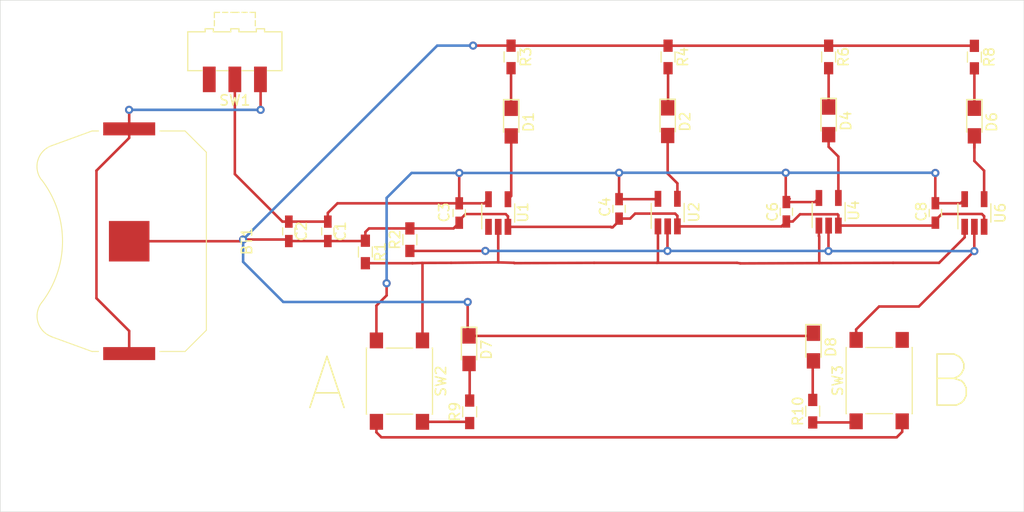
<source format=kicad_pcb>
(kicad_pcb (version 20171130) (host pcbnew "(5.1.5)-3")

  (general
    (thickness 1.6)
    (drawings 6)
    (tracks 201)
    (zones 0)
    (modules 28)
    (nets 17)
  )

  (page A4)
  (layers
    (0 F.Cu signal)
    (31 B.Cu signal)
    (32 B.Adhes user)
    (33 F.Adhes user)
    (34 B.Paste user)
    (35 F.Paste user)
    (36 B.SilkS user)
    (37 F.SilkS user)
    (38 B.Mask user)
    (39 F.Mask user)
    (40 Dwgs.User user)
    (41 Cmts.User user)
    (42 Eco1.User user)
    (43 Eco2.User user)
    (44 Edge.Cuts user)
    (45 Margin user)
    (46 B.CrtYd user)
    (47 F.CrtYd user)
    (48 B.Fab user)
    (49 F.Fab user)
  )

  (setup
    (last_trace_width 0.25)
    (trace_clearance 0.2)
    (zone_clearance 0.508)
    (zone_45_only no)
    (trace_min 0.2)
    (via_size 0.8)
    (via_drill 0.4)
    (via_min_size 0.4)
    (via_min_drill 0.3)
    (uvia_size 0.3)
    (uvia_drill 0.1)
    (uvias_allowed no)
    (uvia_min_size 0.2)
    (uvia_min_drill 0.1)
    (edge_width 0.05)
    (segment_width 0.2)
    (pcb_text_width 0.3)
    (pcb_text_size 1.5 1.5)
    (mod_edge_width 0.12)
    (mod_text_size 1 1)
    (mod_text_width 0.15)
    (pad_size 1.524 1.524)
    (pad_drill 0.762)
    (pad_to_mask_clearance 0.051)
    (solder_mask_min_width 0.25)
    (aux_axis_origin 0 0)
    (visible_elements 7FFFFFFF)
    (pcbplotparams
      (layerselection 0x010f0_ffffffff)
      (usegerberextensions true)
      (usegerberattributes false)
      (usegerberadvancedattributes false)
      (creategerberjobfile false)
      (excludeedgelayer true)
      (linewidth 0.100000)
      (plotframeref false)
      (viasonmask false)
      (mode 1)
      (useauxorigin false)
      (hpglpennumber 1)
      (hpglpenspeed 20)
      (hpglpendiameter 15.000000)
      (psnegative false)
      (psa4output false)
      (plotreference true)
      (plotvalue true)
      (plotinvisibletext false)
      (padsonsilk false)
      (subtractmaskfromsilk false)
      (outputformat 1)
      (mirror false)
      (drillshape 0)
      (scaleselection 1)
      (outputdirectory "grbr/"))
  )

  (net 0 "")
  (net 1 "Net-(BT1-Pad1)")
  (net 2 GND)
  (net 3 VCC)
  (net 4 "Net-(D1-Pad1)")
  (net 5 "Net-(D1-Pad2)")
  (net 6 "Net-(D2-Pad2)")
  (net 7 "Net-(D2-Pad1)")
  (net 8 "Net-(D4-Pad1)")
  (net 9 "Net-(D4-Pad2)")
  (net 10 "Net-(D6-Pad2)")
  (net 11 "Net-(D6-Pad1)")
  (net 12 A)
  (net 13 B)
  (net 14 "Net-(SW1-Pad3)")
  (net 15 "Net-(D7-Pad2)")
  (net 16 "Net-(D8-Pad2)")

  (net_class Default "This is the default net class."
    (clearance 0.2)
    (trace_width 0.25)
    (via_dia 0.8)
    (via_drill 0.4)
    (uvia_dia 0.3)
    (uvia_drill 0.1)
    (add_net A)
    (add_net B)
    (add_net GND)
    (add_net "Net-(BT1-Pad1)")
    (add_net "Net-(D1-Pad1)")
    (add_net "Net-(D1-Pad2)")
    (add_net "Net-(D2-Pad1)")
    (add_net "Net-(D2-Pad2)")
    (add_net "Net-(D4-Pad1)")
    (add_net "Net-(D4-Pad2)")
    (add_net "Net-(D6-Pad1)")
    (add_net "Net-(D6-Pad2)")
    (add_net "Net-(D7-Pad2)")
    (add_net "Net-(D8-Pad2)")
    (add_net "Net-(SW1-Pad3)")
    (add_net VCC)
  )

  (module Resistors_SMD:R_0603_HandSoldering (layer F.Cu) (tedit 58E0A804) (tstamp 5DFC0011)
    (at 299.3636 -1044.82006 90)
    (descr "Resistor SMD 0603, hand soldering")
    (tags "resistor 0603")
    (path /5E0989D6)
    (attr smd)
    (fp_text reference R10 (at 0 -1.45 90) (layer F.SilkS)
      (effects (font (size 1 1) (thickness 0.15)))
    )
    (fp_text value 100 (at 0 1.55 90) (layer F.Fab)
      (effects (font (size 1 1) (thickness 0.15)))
    )
    (fp_text user %R (at 0 0 90) (layer F.Fab)
      (effects (font (size 0.4 0.4) (thickness 0.075)))
    )
    (fp_line (start -0.8 0.4) (end -0.8 -0.4) (layer F.Fab) (width 0.1))
    (fp_line (start 0.8 0.4) (end -0.8 0.4) (layer F.Fab) (width 0.1))
    (fp_line (start 0.8 -0.4) (end 0.8 0.4) (layer F.Fab) (width 0.1))
    (fp_line (start -0.8 -0.4) (end 0.8 -0.4) (layer F.Fab) (width 0.1))
    (fp_line (start 0.5 0.68) (end -0.5 0.68) (layer F.SilkS) (width 0.12))
    (fp_line (start -0.5 -0.68) (end 0.5 -0.68) (layer F.SilkS) (width 0.12))
    (fp_line (start -1.96 -0.7) (end 1.95 -0.7) (layer F.CrtYd) (width 0.05))
    (fp_line (start -1.96 -0.7) (end -1.96 0.7) (layer F.CrtYd) (width 0.05))
    (fp_line (start 1.95 0.7) (end 1.95 -0.7) (layer F.CrtYd) (width 0.05))
    (fp_line (start 1.95 0.7) (end -1.96 0.7) (layer F.CrtYd) (width 0.05))
    (pad 1 smd rect (at -1.1 0 90) (size 1.2 0.9) (layers F.Cu F.Paste F.Mask)
      (net 13 B))
    (pad 2 smd rect (at 1.1 0 90) (size 1.2 0.9) (layers F.Cu F.Paste F.Mask)
      (net 16 "Net-(D8-Pad2)"))
    (model ${KISYS3DMOD}/Resistors_SMD.3dshapes/R_0603.wrl
      (at (xyz 0 0 0))
      (scale (xyz 1 1 1))
      (rotate (xyz 0 0 0))
    )
  )

  (module Resistors_SMD:R_0603_HandSoldering (layer F.Cu) (tedit 58E0A804) (tstamp 5DFC000E)
    (at 265.8536 -1044.76006 90)
    (descr "Resistor SMD 0603, hand soldering")
    (tags "resistor 0603")
    (path /5E0847F1)
    (attr smd)
    (fp_text reference R9 (at 0 -1.45 90) (layer F.SilkS)
      (effects (font (size 1 1) (thickness 0.15)))
    )
    (fp_text value 100 (at 0 1.55 90) (layer F.Fab)
      (effects (font (size 1 1) (thickness 0.15)))
    )
    (fp_text user %R (at 0 0 90) (layer F.Fab)
      (effects (font (size 0.4 0.4) (thickness 0.075)))
    )
    (fp_line (start -0.8 0.4) (end -0.8 -0.4) (layer F.Fab) (width 0.1))
    (fp_line (start 0.8 0.4) (end -0.8 0.4) (layer F.Fab) (width 0.1))
    (fp_line (start 0.8 -0.4) (end 0.8 0.4) (layer F.Fab) (width 0.1))
    (fp_line (start -0.8 -0.4) (end 0.8 -0.4) (layer F.Fab) (width 0.1))
    (fp_line (start 0.5 0.68) (end -0.5 0.68) (layer F.SilkS) (width 0.12))
    (fp_line (start -0.5 -0.68) (end 0.5 -0.68) (layer F.SilkS) (width 0.12))
    (fp_line (start -1.96 -0.7) (end 1.95 -0.7) (layer F.CrtYd) (width 0.05))
    (fp_line (start -1.96 -0.7) (end -1.96 0.7) (layer F.CrtYd) (width 0.05))
    (fp_line (start 1.95 0.7) (end 1.95 -0.7) (layer F.CrtYd) (width 0.05))
    (fp_line (start 1.95 0.7) (end -1.96 0.7) (layer F.CrtYd) (width 0.05))
    (pad 1 smd rect (at -1.1 0 90) (size 1.2 0.9) (layers F.Cu F.Paste F.Mask)
      (net 12 A))
    (pad 2 smd rect (at 1.1 0 90) (size 1.2 0.9) (layers F.Cu F.Paste F.Mask)
      (net 15 "Net-(D7-Pad2)"))
    (model ${KISYS3DMOD}/Resistors_SMD.3dshapes/R_0603.wrl
      (at (xyz 0 0 0))
      (scale (xyz 1 1 1))
      (rotate (xyz 0 0 0))
    )
  )

  (module LEDs:LED_0805_HandSoldering (layer F.Cu) (tedit 595FCA25) (tstamp 5DFBFF0B)
    (at 299.4336 -1051.09006 270)
    (descr "Resistor SMD 0805, hand soldering")
    (tags "resistor 0805")
    (path /5E0989CE)
    (attr smd)
    (fp_text reference D8 (at 0 -1.7 90) (layer F.SilkS)
      (effects (font (size 1 1) (thickness 0.15)))
    )
    (fp_text value LED_Small (at 0 1.75 90) (layer F.Fab)
      (effects (font (size 1 1) (thickness 0.15)))
    )
    (fp_line (start -0.4 -0.4) (end -0.4 0.4) (layer F.Fab) (width 0.1))
    (fp_line (start -0.4 0) (end 0.2 -0.4) (layer F.Fab) (width 0.1))
    (fp_line (start 0.2 0.4) (end -0.4 0) (layer F.Fab) (width 0.1))
    (fp_line (start 0.2 -0.4) (end 0.2 0.4) (layer F.Fab) (width 0.1))
    (fp_line (start -1 0.62) (end -1 -0.62) (layer F.Fab) (width 0.1))
    (fp_line (start 1 0.62) (end -1 0.62) (layer F.Fab) (width 0.1))
    (fp_line (start 1 -0.62) (end 1 0.62) (layer F.Fab) (width 0.1))
    (fp_line (start -1 -0.62) (end 1 -0.62) (layer F.Fab) (width 0.1))
    (fp_line (start 1 0.75) (end -2.2 0.75) (layer F.SilkS) (width 0.12))
    (fp_line (start -2.2 -0.75) (end 1 -0.75) (layer F.SilkS) (width 0.12))
    (fp_line (start -2.35 -0.9) (end 2.35 -0.9) (layer F.CrtYd) (width 0.05))
    (fp_line (start -2.35 -0.9) (end -2.35 0.9) (layer F.CrtYd) (width 0.05))
    (fp_line (start 2.35 0.9) (end 2.35 -0.9) (layer F.CrtYd) (width 0.05))
    (fp_line (start 2.35 0.9) (end -2.35 0.9) (layer F.CrtYd) (width 0.05))
    (fp_line (start -2.2 -0.75) (end -2.2 0.75) (layer F.SilkS) (width 0.12))
    (pad 1 smd rect (at -1.35 0 270) (size 1.5 1.3) (layers F.Cu F.Paste F.Mask)
      (net 2 GND))
    (pad 2 smd rect (at 1.35 0 270) (size 1.5 1.3) (layers F.Cu F.Paste F.Mask)
      (net 16 "Net-(D8-Pad2)"))
    (model ${KISYS3DMOD}/LEDs.3dshapes/LED_0805.wrl
      (at (xyz 0 0 0))
      (scale (xyz 1 1 1))
      (rotate (xyz 0 0 0))
    )
  )

  (module LEDs:LED_0805_HandSoldering (layer F.Cu) (tedit 595FCA25) (tstamp 5DFBFF08)
    (at 265.7936 -1050.83006 270)
    (descr "Resistor SMD 0805, hand soldering")
    (tags "resistor 0805")
    (path /5E0847E9)
    (attr smd)
    (fp_text reference D7 (at 0 -1.7 90) (layer F.SilkS)
      (effects (font (size 1 1) (thickness 0.15)))
    )
    (fp_text value LED_Small (at 0 1.75 90) (layer F.Fab)
      (effects (font (size 1 1) (thickness 0.15)))
    )
    (fp_line (start -0.4 -0.4) (end -0.4 0.4) (layer F.Fab) (width 0.1))
    (fp_line (start -0.4 0) (end 0.2 -0.4) (layer F.Fab) (width 0.1))
    (fp_line (start 0.2 0.4) (end -0.4 0) (layer F.Fab) (width 0.1))
    (fp_line (start 0.2 -0.4) (end 0.2 0.4) (layer F.Fab) (width 0.1))
    (fp_line (start -1 0.62) (end -1 -0.62) (layer F.Fab) (width 0.1))
    (fp_line (start 1 0.62) (end -1 0.62) (layer F.Fab) (width 0.1))
    (fp_line (start 1 -0.62) (end 1 0.62) (layer F.Fab) (width 0.1))
    (fp_line (start -1 -0.62) (end 1 -0.62) (layer F.Fab) (width 0.1))
    (fp_line (start 1 0.75) (end -2.2 0.75) (layer F.SilkS) (width 0.12))
    (fp_line (start -2.2 -0.75) (end 1 -0.75) (layer F.SilkS) (width 0.12))
    (fp_line (start -2.35 -0.9) (end 2.35 -0.9) (layer F.CrtYd) (width 0.05))
    (fp_line (start -2.35 -0.9) (end -2.35 0.9) (layer F.CrtYd) (width 0.05))
    (fp_line (start 2.35 0.9) (end 2.35 -0.9) (layer F.CrtYd) (width 0.05))
    (fp_line (start 2.35 0.9) (end -2.35 0.9) (layer F.CrtYd) (width 0.05))
    (fp_line (start -2.2 -0.75) (end -2.2 0.75) (layer F.SilkS) (width 0.12))
    (pad 1 smd rect (at -1.35 0 270) (size 1.5 1.3) (layers F.Cu F.Paste F.Mask)
      (net 2 GND))
    (pad 2 smd rect (at 1.35 0 270) (size 1.5 1.3) (layers F.Cu F.Paste F.Mask)
      (net 15 "Net-(D7-Pad2)"))
    (model ${KISYS3DMOD}/LEDs.3dshapes/LED_0805.wrl
      (at (xyz 0 0 0))
      (scale (xyz 1 1 1))
      (rotate (xyz 0 0 0))
    )
  )

  (module Buttons_Switches_SMD:SW_SPST_PTS645 (layer F.Cu) (tedit 58724A80) (tstamp 5DFAF3E2)
    (at 258.9936 -1047.76006 270)
    (descr "C&K Components SPST SMD PTS645 Series 6mm Tact Switch")
    (tags "SPST Button Switch")
    (path /5DF954A8)
    (attr smd)
    (fp_text reference SW2 (at 0 -4.05 90) (layer F.SilkS)
      (effects (font (size 1 1) (thickness 0.15)))
    )
    (fp_text value SW_Push (at 0 4.15 90) (layer F.Fab)
      (effects (font (size 1 1) (thickness 0.15)))
    )
    (fp_text user %R (at 0 -4.05 90) (layer F.Fab)
      (effects (font (size 1 1) (thickness 0.15)))
    )
    (fp_line (start -3 -3) (end -3 3) (layer F.Fab) (width 0.1))
    (fp_line (start -3 3) (end 3 3) (layer F.Fab) (width 0.1))
    (fp_line (start 3 3) (end 3 -3) (layer F.Fab) (width 0.1))
    (fp_line (start 3 -3) (end -3 -3) (layer F.Fab) (width 0.1))
    (fp_line (start 5.05 3.4) (end 5.05 -3.4) (layer F.CrtYd) (width 0.05))
    (fp_line (start -5.05 -3.4) (end -5.05 3.4) (layer F.CrtYd) (width 0.05))
    (fp_line (start -5.05 3.4) (end 5.05 3.4) (layer F.CrtYd) (width 0.05))
    (fp_line (start -5.05 -3.4) (end 5.05 -3.4) (layer F.CrtYd) (width 0.05))
    (fp_line (start 3.23 -3.23) (end 3.23 -3.2) (layer F.SilkS) (width 0.12))
    (fp_line (start 3.23 3.23) (end 3.23 3.2) (layer F.SilkS) (width 0.12))
    (fp_line (start -3.23 3.23) (end -3.23 3.2) (layer F.SilkS) (width 0.12))
    (fp_line (start -3.23 -3.2) (end -3.23 -3.23) (layer F.SilkS) (width 0.12))
    (fp_line (start 3.23 -1.3) (end 3.23 1.3) (layer F.SilkS) (width 0.12))
    (fp_line (start -3.23 -3.23) (end 3.23 -3.23) (layer F.SilkS) (width 0.12))
    (fp_line (start -3.23 -1.3) (end -3.23 1.3) (layer F.SilkS) (width 0.12))
    (fp_line (start -3.23 3.23) (end 3.23 3.23) (layer F.SilkS) (width 0.12))
    (fp_circle (center 0 0) (end 1.75 -0.05) (layer F.Fab) (width 0.1))
    (pad 2 smd rect (at -3.98 2.25 270) (size 1.55 1.3) (layers F.Cu F.Paste F.Mask)
      (net 3 VCC))
    (pad 1 smd rect (at -3.98 -2.25 270) (size 1.55 1.3) (layers F.Cu F.Paste F.Mask)
      (net 12 A))
    (pad 1 smd rect (at 3.98 -2.25 270) (size 1.55 1.3) (layers F.Cu F.Paste F.Mask)
      (net 12 A))
    (pad 2 smd rect (at 3.98 2.25 270) (size 1.55 1.3) (layers F.Cu F.Paste F.Mask)
      (net 3 VCC))
    (model ${KISYS3DMOD}/Buttons_Switches_SMD.3dshapes/SW_SPST_PTS645.wrl
      (at (xyz 0 0 0))
      (scale (xyz 1 1 1))
      (rotate (xyz 0 0 0))
    )
  )

  (module Battery_Holders:Keystone_3034_1x20mm-CoinCell (layer F.Cu) (tedit 595D9565) (tstamp 5DFAF1DF)
    (at 232.59386 -1061.43812 270)
    (descr "Keystone 3034 SMD battery holder for 2020, 2025 and 2032 coincell batteries. http://www.keyelco.com/product-pdf.cfm?p=798")
    (tags "Keystone type 3034 coin cell retainer")
    (path /5DF8CE26)
    (attr smd)
    (fp_text reference BT1 (at 0 -11.5 90) (layer F.SilkS)
      (effects (font (size 1 1) (thickness 0.15)))
    )
    (fp_text value 2032_3V (at 0 11.5 90) (layer F.Fab)
      (effects (font (size 1 1) (thickness 0.15)))
    )
    (fp_line (start 11.87 2.79) (end 11.87 -2.79) (layer F.CrtYd) (width 0.05))
    (fp_line (start 10.88 2.79) (end 11.87 2.79) (layer F.CrtYd) (width 0.05))
    (fp_line (start 10.88 3.64) (end 10.88 2.79) (layer F.CrtYd) (width 0.05))
    (fp_line (start 9.43 7.63) (end 10.88 3.64) (layer F.CrtYd) (width 0.05))
    (fp_arc (start 7.31 6.85) (end 5.96 8.64) (angle -106.9) (layer F.CrtYd) (width 0.05))
    (fp_arc (start 0 0) (end -5.96 8.64) (angle -69.1) (layer F.CrtYd) (width 0.05))
    (fp_arc (start -7.31 6.85) (end -9.43 7.62) (angle -106.9) (layer F.CrtYd) (width 0.05))
    (fp_line (start -10.88 3.64) (end -9.44 7.62) (layer F.CrtYd) (width 0.05))
    (fp_line (start -10.88 2.79) (end -10.88 3.64) (layer F.CrtYd) (width 0.05))
    (fp_line (start -11.87 2.79) (end -10.88 2.79) (layer F.CrtYd) (width 0.05))
    (fp_line (start -11.87 -2.79) (end -11.87 2.79) (layer F.CrtYd) (width 0.05))
    (fp_line (start -10.88 -2.79) (end -11.87 -2.79) (layer F.CrtYd) (width 0.05))
    (fp_line (start -10.88 -5.5) (end -10.88 -2.79) (layer F.CrtYd) (width 0.05))
    (fp_line (start -8.74 -7.64) (end -10.88 -5.5) (layer F.CrtYd) (width 0.05))
    (fp_line (start -7.2 -7.64) (end -8.74 -7.64) (layer F.CrtYd) (width 0.05))
    (fp_arc (start 0 0) (end 7.2 -7.64) (angle -86.6) (layer F.CrtYd) (width 0.05))
    (fp_line (start 8.74 -7.64) (end 7.2 -7.64) (layer F.CrtYd) (width 0.05))
    (fp_line (start 10.88 -5.5) (end 8.74 -7.64) (layer F.CrtYd) (width 0.05))
    (fp_line (start 10.88 -2.79) (end 10.88 -5.5) (layer F.CrtYd) (width 0.05))
    (fp_line (start 11.87 -2.79) (end 10.88 -2.79) (layer F.CrtYd) (width 0.05))
    (fp_arc (start -7.31 6.85) (end -9.19 7.53) (angle -107.5) (layer F.Fab) (width 0.1))
    (fp_arc (start 0 16.36) (end 6.1 8.43) (angle -75.1) (layer F.Fab) (width 0.1))
    (fp_arc (start 7.31 6.85) (end 6.1 8.43) (angle -107.5) (layer F.Fab) (width 0.1))
    (fp_line (start 10.63 3.6) (end 9.19 7.53) (layer F.Fab) (width 0.1))
    (fp_line (start 10.63 -5.4) (end 10.63 3.6) (layer F.Fab) (width 0.1))
    (fp_line (start 8.64 -7.39) (end 10.63 -5.4) (layer F.Fab) (width 0.1))
    (fp_line (start -8.64 -7.39) (end 8.64 -7.39) (layer F.Fab) (width 0.1))
    (fp_line (start -10.63 -5.4) (end -8.64 -7.39) (layer F.Fab) (width 0.1))
    (fp_line (start -10.63 3.6) (end -10.63 -5.4) (layer F.Fab) (width 0.1))
    (fp_line (start -9.19 7.53) (end -10.63 3.6) (layer F.Fab) (width 0.1))
    (fp_line (start 10.78 3) (end 10.78 3.63) (layer F.SilkS) (width 0.1))
    (fp_line (start 10.78 -5.46) (end 10.78 -3) (layer F.SilkS) (width 0.1))
    (fp_line (start -10.78 3) (end -10.78 3.63) (layer F.SilkS) (width 0.1))
    (fp_line (start -10.78 -5.46) (end -10.78 -3) (layer F.SilkS) (width 0.1))
    (fp_arc (start 7.31 6.85) (end 6 8.55) (angle -107.5) (layer F.SilkS) (width 0.1))
    (fp_line (start 10.78 3.63) (end 9.34 7.58) (layer F.SilkS) (width 0.1))
    (fp_line (start 8.7 -7.54) (end 10.78 -5.46) (layer F.SilkS) (width 0.1))
    (fp_line (start 8.7 -7.54) (end -8.7 -7.54) (layer F.SilkS) (width 0.1))
    (fp_line (start -8.7 -7.54) (end -10.78 -5.46) (layer F.SilkS) (width 0.1))
    (fp_line (start -10.78 3.63) (end -9.34 7.58) (layer F.SilkS) (width 0.1))
    (fp_arc (start -7.31 6.85) (end -9.34 7.58) (angle -107.5) (layer F.SilkS) (width 0.1))
    (fp_arc (start 0 16.36) (end 6 8.55) (angle -75.1) (layer F.SilkS) (width 0.1))
    (fp_circle (center 0 0) (end 0 10.25) (layer Dwgs.User) (width 0.15))
    (fp_text user %R (at 0 -2.9 90) (layer F.Fab)
      (effects (font (size 1 1) (thickness 0.15)))
    )
    (pad 1 smd rect (at -10.985 0 270) (size 1.27 5.08) (layers F.Cu F.Paste F.Mask)
      (net 1 "Net-(BT1-Pad1)"))
    (pad 1 smd rect (at 10.985 0 270) (size 1.27 5.08) (layers F.Cu F.Paste F.Mask)
      (net 1 "Net-(BT1-Pad1)"))
    (pad 2 smd rect (at 0 0 270) (size 3.96 3.96) (layers F.Cu F.Paste F.Mask)
      (net 2 GND))
    (model ${KISYS3DMOD}/Battery_Holders.3dshapes/Keystone_3034_1x20mm-CoinCell.wrl
      (at (xyz 0 0 0))
      (scale (xyz 1 1 1))
      (rotate (xyz 0 0 0))
    )
  )

  (module Capacitors_SMD:C_0603_HandSoldering (layer F.Cu) (tedit 58AA848B) (tstamp 5DFAF1F0)
    (at 251.9975 -1062.40574 270)
    (descr "Capacitor SMD 0603, hand soldering")
    (tags "capacitor 0603")
    (path /5DF9491C)
    (attr smd)
    (fp_text reference C1 (at 0 -1.25 90) (layer F.SilkS)
      (effects (font (size 1 1) (thickness 0.15)))
    )
    (fp_text value 100nF (at 0 1.5 90) (layer F.Fab)
      (effects (font (size 1 1) (thickness 0.15)))
    )
    (fp_text user %R (at 0 -1.25 90) (layer F.Fab)
      (effects (font (size 1 1) (thickness 0.15)))
    )
    (fp_line (start -0.8 0.4) (end -0.8 -0.4) (layer F.Fab) (width 0.1))
    (fp_line (start 0.8 0.4) (end -0.8 0.4) (layer F.Fab) (width 0.1))
    (fp_line (start 0.8 -0.4) (end 0.8 0.4) (layer F.Fab) (width 0.1))
    (fp_line (start -0.8 -0.4) (end 0.8 -0.4) (layer F.Fab) (width 0.1))
    (fp_line (start -0.35 -0.6) (end 0.35 -0.6) (layer F.SilkS) (width 0.12))
    (fp_line (start 0.35 0.6) (end -0.35 0.6) (layer F.SilkS) (width 0.12))
    (fp_line (start -1.8 -0.65) (end 1.8 -0.65) (layer F.CrtYd) (width 0.05))
    (fp_line (start -1.8 -0.65) (end -1.8 0.65) (layer F.CrtYd) (width 0.05))
    (fp_line (start 1.8 0.65) (end 1.8 -0.65) (layer F.CrtYd) (width 0.05))
    (fp_line (start 1.8 0.65) (end -1.8 0.65) (layer F.CrtYd) (width 0.05))
    (pad 1 smd rect (at -0.95 0 270) (size 1.2 0.75) (layers F.Cu F.Paste F.Mask)
      (net 3 VCC))
    (pad 2 smd rect (at 0.95 0 270) (size 1.2 0.75) (layers F.Cu F.Paste F.Mask)
      (net 2 GND))
    (model Capacitors_SMD.3dshapes/C_0603.wrl
      (at (xyz 0 0 0))
      (scale (xyz 1 1 1))
      (rotate (xyz 0 0 0))
    )
  )

  (module Capacitors_SMD:C_0603_HandSoldering (layer F.Cu) (tedit 58AA848B) (tstamp 5DFAF201)
    (at 248.1875 -1062.40574 270)
    (descr "Capacitor SMD 0603, hand soldering")
    (tags "capacitor 0603")
    (path /5DF949A8)
    (attr smd)
    (fp_text reference C2 (at 0 -1.25 90) (layer F.SilkS)
      (effects (font (size 1 1) (thickness 0.15)))
    )
    (fp_text value 100nF (at 0 1.5 90) (layer F.Fab)
      (effects (font (size 1 1) (thickness 0.15)))
    )
    (fp_line (start 1.8 0.65) (end -1.8 0.65) (layer F.CrtYd) (width 0.05))
    (fp_line (start 1.8 0.65) (end 1.8 -0.65) (layer F.CrtYd) (width 0.05))
    (fp_line (start -1.8 -0.65) (end -1.8 0.65) (layer F.CrtYd) (width 0.05))
    (fp_line (start -1.8 -0.65) (end 1.8 -0.65) (layer F.CrtYd) (width 0.05))
    (fp_line (start 0.35 0.6) (end -0.35 0.6) (layer F.SilkS) (width 0.12))
    (fp_line (start -0.35 -0.6) (end 0.35 -0.6) (layer F.SilkS) (width 0.12))
    (fp_line (start -0.8 -0.4) (end 0.8 -0.4) (layer F.Fab) (width 0.1))
    (fp_line (start 0.8 -0.4) (end 0.8 0.4) (layer F.Fab) (width 0.1))
    (fp_line (start 0.8 0.4) (end -0.8 0.4) (layer F.Fab) (width 0.1))
    (fp_line (start -0.8 0.4) (end -0.8 -0.4) (layer F.Fab) (width 0.1))
    (fp_text user %R (at 0 -1.25 90) (layer F.Fab)
      (effects (font (size 1 1) (thickness 0.15)))
    )
    (pad 2 smd rect (at 0.95 0 270) (size 1.2 0.75) (layers F.Cu F.Paste F.Mask)
      (net 2 GND))
    (pad 1 smd rect (at -0.95 0 270) (size 1.2 0.75) (layers F.Cu F.Paste F.Mask)
      (net 3 VCC))
    (model Capacitors_SMD.3dshapes/C_0603.wrl
      (at (xyz 0 0 0))
      (scale (xyz 1 1 1))
      (rotate (xyz 0 0 0))
    )
  )

  (module Capacitors_SMD:C_0603_HandSoldering (layer F.Cu) (tedit 58AA848B) (tstamp 5DFAF212)
    (at 264.83174 -1064.19522 270)
    (descr "Capacitor SMD 0603, hand soldering")
    (tags "capacitor 0603")
    (path /5DFC67C7)
    (attr smd)
    (fp_text reference C3 (at -0.06 1.47 90) (layer F.SilkS)
      (effects (font (size 1 1) (thickness 0.15)))
    )
    (fp_text value .1u (at 0 1.5 90) (layer F.Fab)
      (effects (font (size 1 1) (thickness 0.15)))
    )
    (fp_text user %R (at 0 -1.25 90) (layer F.Fab)
      (effects (font (size 1 1) (thickness 0.15)))
    )
    (fp_line (start -0.8 0.4) (end -0.8 -0.4) (layer F.Fab) (width 0.1))
    (fp_line (start 0.8 0.4) (end -0.8 0.4) (layer F.Fab) (width 0.1))
    (fp_line (start 0.8 -0.4) (end 0.8 0.4) (layer F.Fab) (width 0.1))
    (fp_line (start -0.8 -0.4) (end 0.8 -0.4) (layer F.Fab) (width 0.1))
    (fp_line (start -0.35 -0.6) (end 0.35 -0.6) (layer F.SilkS) (width 0.12))
    (fp_line (start 0.35 0.6) (end -0.35 0.6) (layer F.SilkS) (width 0.12))
    (fp_line (start -1.8 -0.65) (end 1.8 -0.65) (layer F.CrtYd) (width 0.05))
    (fp_line (start -1.8 -0.65) (end -1.8 0.65) (layer F.CrtYd) (width 0.05))
    (fp_line (start 1.8 0.65) (end 1.8 -0.65) (layer F.CrtYd) (width 0.05))
    (fp_line (start 1.8 0.65) (end -1.8 0.65) (layer F.CrtYd) (width 0.05))
    (pad 1 smd rect (at -0.95 0 270) (size 1.2 0.75) (layers F.Cu F.Paste F.Mask)
      (net 3 VCC))
    (pad 2 smd rect (at 0.95 0 270) (size 1.2 0.75) (layers F.Cu F.Paste F.Mask)
      (net 2 GND))
    (model Capacitors_SMD.3dshapes/C_0603.wrl
      (at (xyz 0 0 0))
      (scale (xyz 1 1 1))
      (rotate (xyz 0 0 0))
    )
  )

  (module Capacitors_SMD:C_0603_HandSoldering (layer F.Cu) (tedit 58AA848B) (tstamp 5DFAF223)
    (at 280.44648 -1064.6004 270)
    (descr "Capacitor SMD 0603, hand soldering")
    (tags "capacitor 0603")
    (path /5DFDC19F)
    (attr smd)
    (fp_text reference C4 (at -0.19 1.37 90) (layer F.SilkS)
      (effects (font (size 1 1) (thickness 0.15)))
    )
    (fp_text value .1u (at 0 1.5 90) (layer F.Fab)
      (effects (font (size 1 1) (thickness 0.15)))
    )
    (fp_line (start 1.8 0.65) (end -1.8 0.65) (layer F.CrtYd) (width 0.05))
    (fp_line (start 1.8 0.65) (end 1.8 -0.65) (layer F.CrtYd) (width 0.05))
    (fp_line (start -1.8 -0.65) (end -1.8 0.65) (layer F.CrtYd) (width 0.05))
    (fp_line (start -1.8 -0.65) (end 1.8 -0.65) (layer F.CrtYd) (width 0.05))
    (fp_line (start 0.35 0.6) (end -0.35 0.6) (layer F.SilkS) (width 0.12))
    (fp_line (start -0.35 -0.6) (end 0.35 -0.6) (layer F.SilkS) (width 0.12))
    (fp_line (start -0.8 -0.4) (end 0.8 -0.4) (layer F.Fab) (width 0.1))
    (fp_line (start 0.8 -0.4) (end 0.8 0.4) (layer F.Fab) (width 0.1))
    (fp_line (start 0.8 0.4) (end -0.8 0.4) (layer F.Fab) (width 0.1))
    (fp_line (start -0.8 0.4) (end -0.8 -0.4) (layer F.Fab) (width 0.1))
    (fp_text user %R (at 0 -1.25 90) (layer F.Fab)
      (effects (font (size 1 1) (thickness 0.15)))
    )
    (pad 2 smd rect (at 0.95 0 270) (size 1.2 0.75) (layers F.Cu F.Paste F.Mask)
      (net 2 GND))
    (pad 1 smd rect (at -0.95 0 270) (size 1.2 0.75) (layers F.Cu F.Paste F.Mask)
      (net 3 VCC))
    (model Capacitors_SMD.3dshapes/C_0603.wrl
      (at (xyz 0 0 0))
      (scale (xyz 1 1 1))
      (rotate (xyz 0 0 0))
    )
  )

  (module Capacitors_SMD:C_0603_HandSoldering (layer F.Cu) (tedit 58AA848B) (tstamp 5DFAF245)
    (at 296.78752 -1064.31714 270)
    (descr "Capacitor SMD 0603, hand soldering")
    (tags "capacitor 0603")
    (path /5DFEDB14)
    (attr smd)
    (fp_text reference C6 (at 0.01 1.36 90) (layer F.SilkS)
      (effects (font (size 1 1) (thickness 0.15)))
    )
    (fp_text value .1u (at 0 1.5 90) (layer F.Fab)
      (effects (font (size 1 1) (thickness 0.15)))
    )
    (fp_text user %R (at 0 -1.25 90) (layer F.Fab)
      (effects (font (size 1 1) (thickness 0.15)))
    )
    (fp_line (start -0.8 0.4) (end -0.8 -0.4) (layer F.Fab) (width 0.1))
    (fp_line (start 0.8 0.4) (end -0.8 0.4) (layer F.Fab) (width 0.1))
    (fp_line (start 0.8 -0.4) (end 0.8 0.4) (layer F.Fab) (width 0.1))
    (fp_line (start -0.8 -0.4) (end 0.8 -0.4) (layer F.Fab) (width 0.1))
    (fp_line (start -0.35 -0.6) (end 0.35 -0.6) (layer F.SilkS) (width 0.12))
    (fp_line (start 0.35 0.6) (end -0.35 0.6) (layer F.SilkS) (width 0.12))
    (fp_line (start -1.8 -0.65) (end 1.8 -0.65) (layer F.CrtYd) (width 0.05))
    (fp_line (start -1.8 -0.65) (end -1.8 0.65) (layer F.CrtYd) (width 0.05))
    (fp_line (start 1.8 0.65) (end 1.8 -0.65) (layer F.CrtYd) (width 0.05))
    (fp_line (start 1.8 0.65) (end -1.8 0.65) (layer F.CrtYd) (width 0.05))
    (pad 1 smd rect (at -0.95 0 270) (size 1.2 0.75) (layers F.Cu F.Paste F.Mask)
      (net 3 VCC))
    (pad 2 smd rect (at 0.95 0 270) (size 1.2 0.75) (layers F.Cu F.Paste F.Mask)
      (net 2 GND))
    (model Capacitors_SMD.3dshapes/C_0603.wrl
      (at (xyz 0 0 0))
      (scale (xyz 1 1 1))
      (rotate (xyz 0 0 0))
    )
  )

  (module Capacitors_SMD:C_0603_HandSoldering (layer F.Cu) (tedit 58AA848B) (tstamp 5DFAF267)
    (at 311.34422 -1064.20284 270)
    (descr "Capacitor SMD 0603, hand soldering")
    (tags "capacitor 0603")
    (path /5E001445)
    (attr smd)
    (fp_text reference C8 (at -0.13 1.38 90) (layer F.SilkS)
      (effects (font (size 1 1) (thickness 0.15)))
    )
    (fp_text value .1u (at 0 1.5 90) (layer F.Fab)
      (effects (font (size 1 1) (thickness 0.15)))
    )
    (fp_text user %R (at 0 -1.25 90) (layer F.Fab)
      (effects (font (size 1 1) (thickness 0.15)))
    )
    (fp_line (start -0.8 0.4) (end -0.8 -0.4) (layer F.Fab) (width 0.1))
    (fp_line (start 0.8 0.4) (end -0.8 0.4) (layer F.Fab) (width 0.1))
    (fp_line (start 0.8 -0.4) (end 0.8 0.4) (layer F.Fab) (width 0.1))
    (fp_line (start -0.8 -0.4) (end 0.8 -0.4) (layer F.Fab) (width 0.1))
    (fp_line (start -0.35 -0.6) (end 0.35 -0.6) (layer F.SilkS) (width 0.12))
    (fp_line (start 0.35 0.6) (end -0.35 0.6) (layer F.SilkS) (width 0.12))
    (fp_line (start -1.8 -0.65) (end 1.8 -0.65) (layer F.CrtYd) (width 0.05))
    (fp_line (start -1.8 -0.65) (end -1.8 0.65) (layer F.CrtYd) (width 0.05))
    (fp_line (start 1.8 0.65) (end 1.8 -0.65) (layer F.CrtYd) (width 0.05))
    (fp_line (start 1.8 0.65) (end -1.8 0.65) (layer F.CrtYd) (width 0.05))
    (pad 1 smd rect (at -0.95 0 270) (size 1.2 0.75) (layers F.Cu F.Paste F.Mask)
      (net 3 VCC))
    (pad 2 smd rect (at 0.95 0 270) (size 1.2 0.75) (layers F.Cu F.Paste F.Mask)
      (net 2 GND))
    (model Capacitors_SMD.3dshapes/C_0603.wrl
      (at (xyz 0 0 0))
      (scale (xyz 1 1 1))
      (rotate (xyz 0 0 0))
    )
  )

  (module LEDs:LED_0805_HandSoldering (layer F.Cu) (tedit 595FCA25) (tstamp 5DFAF27C)
    (at 269.91174 -1073.08522 270)
    (descr "Resistor SMD 0805, hand soldering")
    (tags "resistor 0805")
    (path /5DFACCC6)
    (attr smd)
    (fp_text reference D1 (at 0 -1.7 90) (layer F.SilkS)
      (effects (font (size 1 1) (thickness 0.15)))
    )
    (fp_text value LED_Small (at 0 1.75 90) (layer F.Fab)
      (effects (font (size 1 1) (thickness 0.15)))
    )
    (fp_line (start -0.4 -0.4) (end -0.4 0.4) (layer F.Fab) (width 0.1))
    (fp_line (start -0.4 0) (end 0.2 -0.4) (layer F.Fab) (width 0.1))
    (fp_line (start 0.2 0.4) (end -0.4 0) (layer F.Fab) (width 0.1))
    (fp_line (start 0.2 -0.4) (end 0.2 0.4) (layer F.Fab) (width 0.1))
    (fp_line (start -1 0.62) (end -1 -0.62) (layer F.Fab) (width 0.1))
    (fp_line (start 1 0.62) (end -1 0.62) (layer F.Fab) (width 0.1))
    (fp_line (start 1 -0.62) (end 1 0.62) (layer F.Fab) (width 0.1))
    (fp_line (start -1 -0.62) (end 1 -0.62) (layer F.Fab) (width 0.1))
    (fp_line (start 1 0.75) (end -2.2 0.75) (layer F.SilkS) (width 0.12))
    (fp_line (start -2.2 -0.75) (end 1 -0.75) (layer F.SilkS) (width 0.12))
    (fp_line (start -2.35 -0.9) (end 2.35 -0.9) (layer F.CrtYd) (width 0.05))
    (fp_line (start -2.35 -0.9) (end -2.35 0.9) (layer F.CrtYd) (width 0.05))
    (fp_line (start 2.35 0.9) (end 2.35 -0.9) (layer F.CrtYd) (width 0.05))
    (fp_line (start 2.35 0.9) (end -2.35 0.9) (layer F.CrtYd) (width 0.05))
    (fp_line (start -2.2 -0.75) (end -2.2 0.75) (layer F.SilkS) (width 0.12))
    (pad 1 smd rect (at -1.35 0 270) (size 1.5 1.3) (layers F.Cu F.Paste F.Mask)
      (net 4 "Net-(D1-Pad1)"))
    (pad 2 smd rect (at 1.35 0 270) (size 1.5 1.3) (layers F.Cu F.Paste F.Mask)
      (net 5 "Net-(D1-Pad2)"))
    (model ${KISYS3DMOD}/LEDs.3dshapes/LED_0805.wrl
      (at (xyz 0 0 0))
      (scale (xyz 1 1 1))
      (rotate (xyz 0 0 0))
    )
  )

  (module LEDs:LED_0805_HandSoldering (layer F.Cu) (tedit 595FCA25) (tstamp 5DFAF291)
    (at 285.19492 -1073.1284 270)
    (descr "Resistor SMD 0805, hand soldering")
    (tags "resistor 0805")
    (path /5DFADE89)
    (attr smd)
    (fp_text reference D2 (at 0 -1.7 90) (layer F.SilkS)
      (effects (font (size 1 1) (thickness 0.15)))
    )
    (fp_text value LED_Small (at 0 1.75 90) (layer F.Fab)
      (effects (font (size 1 1) (thickness 0.15)))
    )
    (fp_line (start -2.2 -0.75) (end -2.2 0.75) (layer F.SilkS) (width 0.12))
    (fp_line (start 2.35 0.9) (end -2.35 0.9) (layer F.CrtYd) (width 0.05))
    (fp_line (start 2.35 0.9) (end 2.35 -0.9) (layer F.CrtYd) (width 0.05))
    (fp_line (start -2.35 -0.9) (end -2.35 0.9) (layer F.CrtYd) (width 0.05))
    (fp_line (start -2.35 -0.9) (end 2.35 -0.9) (layer F.CrtYd) (width 0.05))
    (fp_line (start -2.2 -0.75) (end 1 -0.75) (layer F.SilkS) (width 0.12))
    (fp_line (start 1 0.75) (end -2.2 0.75) (layer F.SilkS) (width 0.12))
    (fp_line (start -1 -0.62) (end 1 -0.62) (layer F.Fab) (width 0.1))
    (fp_line (start 1 -0.62) (end 1 0.62) (layer F.Fab) (width 0.1))
    (fp_line (start 1 0.62) (end -1 0.62) (layer F.Fab) (width 0.1))
    (fp_line (start -1 0.62) (end -1 -0.62) (layer F.Fab) (width 0.1))
    (fp_line (start 0.2 -0.4) (end 0.2 0.4) (layer F.Fab) (width 0.1))
    (fp_line (start 0.2 0.4) (end -0.4 0) (layer F.Fab) (width 0.1))
    (fp_line (start -0.4 0) (end 0.2 -0.4) (layer F.Fab) (width 0.1))
    (fp_line (start -0.4 -0.4) (end -0.4 0.4) (layer F.Fab) (width 0.1))
    (pad 2 smd rect (at 1.35 0 270) (size 1.5 1.3) (layers F.Cu F.Paste F.Mask)
      (net 6 "Net-(D2-Pad2)"))
    (pad 1 smd rect (at -1.35 0 270) (size 1.5 1.3) (layers F.Cu F.Paste F.Mask)
      (net 7 "Net-(D2-Pad1)"))
    (model ${KISYS3DMOD}/LEDs.3dshapes/LED_0805.wrl
      (at (xyz 0 0 0))
      (scale (xyz 1 1 1))
      (rotate (xyz 0 0 0))
    )
  )

  (module LEDs:LED_0805_HandSoldering (layer F.Cu) (tedit 595FCA25) (tstamp 5DFAF2BB)
    (at 300.91752 -1073.20714 270)
    (descr "Resistor SMD 0805, hand soldering")
    (tags "resistor 0805")
    (path /5DFEDAEF)
    (attr smd)
    (fp_text reference D4 (at 0 -1.7 90) (layer F.SilkS)
      (effects (font (size 1 1) (thickness 0.15)))
    )
    (fp_text value LED_Small (at 0 1.75 90) (layer F.Fab)
      (effects (font (size 1 1) (thickness 0.15)))
    )
    (fp_line (start -0.4 -0.4) (end -0.4 0.4) (layer F.Fab) (width 0.1))
    (fp_line (start -0.4 0) (end 0.2 -0.4) (layer F.Fab) (width 0.1))
    (fp_line (start 0.2 0.4) (end -0.4 0) (layer F.Fab) (width 0.1))
    (fp_line (start 0.2 -0.4) (end 0.2 0.4) (layer F.Fab) (width 0.1))
    (fp_line (start -1 0.62) (end -1 -0.62) (layer F.Fab) (width 0.1))
    (fp_line (start 1 0.62) (end -1 0.62) (layer F.Fab) (width 0.1))
    (fp_line (start 1 -0.62) (end 1 0.62) (layer F.Fab) (width 0.1))
    (fp_line (start -1 -0.62) (end 1 -0.62) (layer F.Fab) (width 0.1))
    (fp_line (start 1 0.75) (end -2.2 0.75) (layer F.SilkS) (width 0.12))
    (fp_line (start -2.2 -0.75) (end 1 -0.75) (layer F.SilkS) (width 0.12))
    (fp_line (start -2.35 -0.9) (end 2.35 -0.9) (layer F.CrtYd) (width 0.05))
    (fp_line (start -2.35 -0.9) (end -2.35 0.9) (layer F.CrtYd) (width 0.05))
    (fp_line (start 2.35 0.9) (end 2.35 -0.9) (layer F.CrtYd) (width 0.05))
    (fp_line (start 2.35 0.9) (end -2.35 0.9) (layer F.CrtYd) (width 0.05))
    (fp_line (start -2.2 -0.75) (end -2.2 0.75) (layer F.SilkS) (width 0.12))
    (pad 1 smd rect (at -1.35 0 270) (size 1.5 1.3) (layers F.Cu F.Paste F.Mask)
      (net 8 "Net-(D4-Pad1)"))
    (pad 2 smd rect (at 1.35 0 270) (size 1.5 1.3) (layers F.Cu F.Paste F.Mask)
      (net 9 "Net-(D4-Pad2)"))
    (model ${KISYS3DMOD}/LEDs.3dshapes/LED_0805.wrl
      (at (xyz 0 0 0))
      (scale (xyz 1 1 1))
      (rotate (xyz 0 0 0))
    )
  )

  (module LEDs:LED_0805_HandSoldering (layer F.Cu) (tedit 595FCA25) (tstamp 5DFAF2E5)
    (at 315.15422 -1073.09284 270)
    (descr "Resistor SMD 0805, hand soldering")
    (tags "resistor 0805")
    (path /5E001420)
    (attr smd)
    (fp_text reference D6 (at 0 -1.7 90) (layer F.SilkS)
      (effects (font (size 1 1) (thickness 0.15)))
    )
    (fp_text value LED_Small (at 0 1.75 90) (layer F.Fab)
      (effects (font (size 1 1) (thickness 0.15)))
    )
    (fp_line (start -2.2 -0.75) (end -2.2 0.75) (layer F.SilkS) (width 0.12))
    (fp_line (start 2.35 0.9) (end -2.35 0.9) (layer F.CrtYd) (width 0.05))
    (fp_line (start 2.35 0.9) (end 2.35 -0.9) (layer F.CrtYd) (width 0.05))
    (fp_line (start -2.35 -0.9) (end -2.35 0.9) (layer F.CrtYd) (width 0.05))
    (fp_line (start -2.35 -0.9) (end 2.35 -0.9) (layer F.CrtYd) (width 0.05))
    (fp_line (start -2.2 -0.75) (end 1 -0.75) (layer F.SilkS) (width 0.12))
    (fp_line (start 1 0.75) (end -2.2 0.75) (layer F.SilkS) (width 0.12))
    (fp_line (start -1 -0.62) (end 1 -0.62) (layer F.Fab) (width 0.1))
    (fp_line (start 1 -0.62) (end 1 0.62) (layer F.Fab) (width 0.1))
    (fp_line (start 1 0.62) (end -1 0.62) (layer F.Fab) (width 0.1))
    (fp_line (start -1 0.62) (end -1 -0.62) (layer F.Fab) (width 0.1))
    (fp_line (start 0.2 -0.4) (end 0.2 0.4) (layer F.Fab) (width 0.1))
    (fp_line (start 0.2 0.4) (end -0.4 0) (layer F.Fab) (width 0.1))
    (fp_line (start -0.4 0) (end 0.2 -0.4) (layer F.Fab) (width 0.1))
    (fp_line (start -0.4 -0.4) (end -0.4 0.4) (layer F.Fab) (width 0.1))
    (pad 2 smd rect (at 1.35 0 270) (size 1.5 1.3) (layers F.Cu F.Paste F.Mask)
      (net 10 "Net-(D6-Pad2)"))
    (pad 1 smd rect (at -1.35 0 270) (size 1.5 1.3) (layers F.Cu F.Paste F.Mask)
      (net 11 "Net-(D6-Pad1)"))
    (model ${KISYS3DMOD}/LEDs.3dshapes/LED_0805.wrl
      (at (xyz 0 0 0))
      (scale (xyz 1 1 1))
      (rotate (xyz 0 0 0))
    )
  )

  (module Resistors_SMD:R_0603_HandSoldering (layer F.Cu) (tedit 58E0A804) (tstamp 5DFAF2F6)
    (at 255.66624 -1060.38922 270)
    (descr "Resistor SMD 0603, hand soldering")
    (tags "resistor 0603")
    (path /5DF959B6)
    (attr smd)
    (fp_text reference R1 (at 0 -1.45 90) (layer F.SilkS)
      (effects (font (size 1 1) (thickness 0.15)))
    )
    (fp_text value 10k (at 0 1.55 90) (layer F.Fab)
      (effects (font (size 1 1) (thickness 0.15)))
    )
    (fp_text user %R (at 0 0) (layer F.Fab)
      (effects (font (size 0.4 0.4) (thickness 0.075)))
    )
    (fp_line (start -0.8 0.4) (end -0.8 -0.4) (layer F.Fab) (width 0.1))
    (fp_line (start 0.8 0.4) (end -0.8 0.4) (layer F.Fab) (width 0.1))
    (fp_line (start 0.8 -0.4) (end 0.8 0.4) (layer F.Fab) (width 0.1))
    (fp_line (start -0.8 -0.4) (end 0.8 -0.4) (layer F.Fab) (width 0.1))
    (fp_line (start 0.5 0.68) (end -0.5 0.68) (layer F.SilkS) (width 0.12))
    (fp_line (start -0.5 -0.68) (end 0.5 -0.68) (layer F.SilkS) (width 0.12))
    (fp_line (start -1.96 -0.7) (end 1.95 -0.7) (layer F.CrtYd) (width 0.05))
    (fp_line (start -1.96 -0.7) (end -1.96 0.7) (layer F.CrtYd) (width 0.05))
    (fp_line (start 1.95 0.7) (end 1.95 -0.7) (layer F.CrtYd) (width 0.05))
    (fp_line (start 1.95 0.7) (end -1.96 0.7) (layer F.CrtYd) (width 0.05))
    (pad 1 smd rect (at -1.1 0 270) (size 1.2 0.9) (layers F.Cu F.Paste F.Mask)
      (net 2 GND))
    (pad 2 smd rect (at 1.1 0 270) (size 1.2 0.9) (layers F.Cu F.Paste F.Mask)
      (net 12 A))
    (model ${KISYS3DMOD}/Resistors_SMD.3dshapes/R_0603.wrl
      (at (xyz 0 0 0))
      (scale (xyz 1 1 1))
      (rotate (xyz 0 0 0))
    )
  )

  (module Resistors_SMD:R_0603_HandSoldering (layer F.Cu) (tedit 58E0A804) (tstamp 5DFAF307)
    (at 260.01218 -1061.59046 90)
    (descr "Resistor SMD 0603, hand soldering")
    (tags "resistor 0603")
    (path /5DF95B43)
    (attr smd)
    (fp_text reference R2 (at 0 -1.45 90) (layer F.SilkS)
      (effects (font (size 1 1) (thickness 0.15)))
    )
    (fp_text value 10k (at 0 1.55 90) (layer F.Fab)
      (effects (font (size 1 1) (thickness 0.15)))
    )
    (fp_text user %R (at 0 0) (layer F.Fab)
      (effects (font (size 0.4 0.4) (thickness 0.075)))
    )
    (fp_line (start -0.8 0.4) (end -0.8 -0.4) (layer F.Fab) (width 0.1))
    (fp_line (start 0.8 0.4) (end -0.8 0.4) (layer F.Fab) (width 0.1))
    (fp_line (start 0.8 -0.4) (end 0.8 0.4) (layer F.Fab) (width 0.1))
    (fp_line (start -0.8 -0.4) (end 0.8 -0.4) (layer F.Fab) (width 0.1))
    (fp_line (start 0.5 0.68) (end -0.5 0.68) (layer F.SilkS) (width 0.12))
    (fp_line (start -0.5 -0.68) (end 0.5 -0.68) (layer F.SilkS) (width 0.12))
    (fp_line (start -1.96 -0.7) (end 1.95 -0.7) (layer F.CrtYd) (width 0.05))
    (fp_line (start -1.96 -0.7) (end -1.96 0.7) (layer F.CrtYd) (width 0.05))
    (fp_line (start 1.95 0.7) (end 1.95 -0.7) (layer F.CrtYd) (width 0.05))
    (fp_line (start 1.95 0.7) (end -1.96 0.7) (layer F.CrtYd) (width 0.05))
    (pad 1 smd rect (at -1.1 0 90) (size 1.2 0.9) (layers F.Cu F.Paste F.Mask)
      (net 13 B))
    (pad 2 smd rect (at 1.1 0 90) (size 1.2 0.9) (layers F.Cu F.Paste F.Mask)
      (net 2 GND))
    (model ${KISYS3DMOD}/Resistors_SMD.3dshapes/R_0603.wrl
      (at (xyz 0 0 0))
      (scale (xyz 1 1 1))
      (rotate (xyz 0 0 0))
    )
  )

  (module Resistors_SMD:R_0603_HandSoldering (layer F.Cu) (tedit 58E0A804) (tstamp 5DFAF318)
    (at 269.89532 -1079.45954 270)
    (descr "Resistor SMD 0603, hand soldering")
    (tags "resistor 0603")
    (path /5DFAE77D)
    (attr smd)
    (fp_text reference R3 (at 0 -1.45 90) (layer F.SilkS)
      (effects (font (size 1 1) (thickness 0.15)))
    )
    (fp_text value 100 (at 0 1.55 90) (layer F.Fab)
      (effects (font (size 1 1) (thickness 0.15)))
    )
    (fp_text user %R (at 0 0 90) (layer F.Fab)
      (effects (font (size 0.4 0.4) (thickness 0.075)))
    )
    (fp_line (start -0.8 0.4) (end -0.8 -0.4) (layer F.Fab) (width 0.1))
    (fp_line (start 0.8 0.4) (end -0.8 0.4) (layer F.Fab) (width 0.1))
    (fp_line (start 0.8 -0.4) (end 0.8 0.4) (layer F.Fab) (width 0.1))
    (fp_line (start -0.8 -0.4) (end 0.8 -0.4) (layer F.Fab) (width 0.1))
    (fp_line (start 0.5 0.68) (end -0.5 0.68) (layer F.SilkS) (width 0.12))
    (fp_line (start -0.5 -0.68) (end 0.5 -0.68) (layer F.SilkS) (width 0.12))
    (fp_line (start -1.96 -0.7) (end 1.95 -0.7) (layer F.CrtYd) (width 0.05))
    (fp_line (start -1.96 -0.7) (end -1.96 0.7) (layer F.CrtYd) (width 0.05))
    (fp_line (start 1.95 0.7) (end 1.95 -0.7) (layer F.CrtYd) (width 0.05))
    (fp_line (start 1.95 0.7) (end -1.96 0.7) (layer F.CrtYd) (width 0.05))
    (pad 1 smd rect (at -1.1 0 270) (size 1.2 0.9) (layers F.Cu F.Paste F.Mask)
      (net 2 GND))
    (pad 2 smd rect (at 1.1 0 270) (size 1.2 0.9) (layers F.Cu F.Paste F.Mask)
      (net 4 "Net-(D1-Pad1)"))
    (model ${KISYS3DMOD}/Resistors_SMD.3dshapes/R_0603.wrl
      (at (xyz 0 0 0))
      (scale (xyz 1 1 1))
      (rotate (xyz 0 0 0))
    )
  )

  (module Resistors_SMD:R_0603_HandSoldering (layer F.Cu) (tedit 58E0A804) (tstamp 5DFAF329)
    (at 285.23184 -1079.457 270)
    (descr "Resistor SMD 0603, hand soldering")
    (tags "resistor 0603")
    (path /5DFE617A)
    (attr smd)
    (fp_text reference R4 (at 0 -1.45 90) (layer F.SilkS)
      (effects (font (size 1 1) (thickness 0.15)))
    )
    (fp_text value 100 (at 0 1.55 90) (layer F.Fab)
      (effects (font (size 1 1) (thickness 0.15)))
    )
    (fp_line (start 1.95 0.7) (end -1.96 0.7) (layer F.CrtYd) (width 0.05))
    (fp_line (start 1.95 0.7) (end 1.95 -0.7) (layer F.CrtYd) (width 0.05))
    (fp_line (start -1.96 -0.7) (end -1.96 0.7) (layer F.CrtYd) (width 0.05))
    (fp_line (start -1.96 -0.7) (end 1.95 -0.7) (layer F.CrtYd) (width 0.05))
    (fp_line (start -0.5 -0.68) (end 0.5 -0.68) (layer F.SilkS) (width 0.12))
    (fp_line (start 0.5 0.68) (end -0.5 0.68) (layer F.SilkS) (width 0.12))
    (fp_line (start -0.8 -0.4) (end 0.8 -0.4) (layer F.Fab) (width 0.1))
    (fp_line (start 0.8 -0.4) (end 0.8 0.4) (layer F.Fab) (width 0.1))
    (fp_line (start 0.8 0.4) (end -0.8 0.4) (layer F.Fab) (width 0.1))
    (fp_line (start -0.8 0.4) (end -0.8 -0.4) (layer F.Fab) (width 0.1))
    (fp_text user %R (at 0 0 90) (layer F.Fab)
      (effects (font (size 0.4 0.4) (thickness 0.075)))
    )
    (pad 2 smd rect (at 1.1 0 270) (size 1.2 0.9) (layers F.Cu F.Paste F.Mask)
      (net 7 "Net-(D2-Pad1)"))
    (pad 1 smd rect (at -1.1 0 270) (size 1.2 0.9) (layers F.Cu F.Paste F.Mask)
      (net 2 GND))
    (model ${KISYS3DMOD}/Resistors_SMD.3dshapes/R_0603.wrl
      (at (xyz 0 0 0))
      (scale (xyz 1 1 1))
      (rotate (xyz 0 0 0))
    )
  )

  (module Resistors_SMD:R_0603_HandSoldering (layer F.Cu) (tedit 58E0A804) (tstamp 5DFAF34B)
    (at 300.91634 -1079.45682 270)
    (descr "Resistor SMD 0603, hand soldering")
    (tags "resistor 0603")
    (path /5DFEDB25)
    (attr smd)
    (fp_text reference R6 (at 0 -1.45 90) (layer F.SilkS)
      (effects (font (size 1 1) (thickness 0.15)))
    )
    (fp_text value 100 (at 0 1.55 90) (layer F.Fab)
      (effects (font (size 1 1) (thickness 0.15)))
    )
    (fp_line (start 1.95 0.7) (end -1.96 0.7) (layer F.CrtYd) (width 0.05))
    (fp_line (start 1.95 0.7) (end 1.95 -0.7) (layer F.CrtYd) (width 0.05))
    (fp_line (start -1.96 -0.7) (end -1.96 0.7) (layer F.CrtYd) (width 0.05))
    (fp_line (start -1.96 -0.7) (end 1.95 -0.7) (layer F.CrtYd) (width 0.05))
    (fp_line (start -0.5 -0.68) (end 0.5 -0.68) (layer F.SilkS) (width 0.12))
    (fp_line (start 0.5 0.68) (end -0.5 0.68) (layer F.SilkS) (width 0.12))
    (fp_line (start -0.8 -0.4) (end 0.8 -0.4) (layer F.Fab) (width 0.1))
    (fp_line (start 0.8 -0.4) (end 0.8 0.4) (layer F.Fab) (width 0.1))
    (fp_line (start 0.8 0.4) (end -0.8 0.4) (layer F.Fab) (width 0.1))
    (fp_line (start -0.8 0.4) (end -0.8 -0.4) (layer F.Fab) (width 0.1))
    (fp_text user %R (at 0 0 90) (layer F.Fab)
      (effects (font (size 0.4 0.4) (thickness 0.075)))
    )
    (pad 2 smd rect (at 1.1 0 270) (size 1.2 0.9) (layers F.Cu F.Paste F.Mask)
      (net 8 "Net-(D4-Pad1)"))
    (pad 1 smd rect (at -1.1 0 270) (size 1.2 0.9) (layers F.Cu F.Paste F.Mask)
      (net 2 GND))
    (model ${KISYS3DMOD}/Resistors_SMD.3dshapes/R_0603.wrl
      (at (xyz 0 0 0))
      (scale (xyz 1 1 1))
      (rotate (xyz 0 0 0))
    )
  )

  (module Resistors_SMD:R_0603_HandSoldering (layer F.Cu) (tedit 58E0A804) (tstamp 5DFAF36D)
    (at 315.15422 -1079.44284 270)
    (descr "Resistor SMD 0603, hand soldering")
    (tags "resistor 0603")
    (path /5E001456)
    (attr smd)
    (fp_text reference R8 (at 0 -1.45 90) (layer F.SilkS)
      (effects (font (size 1 1) (thickness 0.15)))
    )
    (fp_text value 100 (at 0 1.55 90) (layer F.Fab)
      (effects (font (size 1 1) (thickness 0.15)))
    )
    (fp_text user %R (at 0 0 90) (layer F.Fab)
      (effects (font (size 0.4 0.4) (thickness 0.075)))
    )
    (fp_line (start -0.8 0.4) (end -0.8 -0.4) (layer F.Fab) (width 0.1))
    (fp_line (start 0.8 0.4) (end -0.8 0.4) (layer F.Fab) (width 0.1))
    (fp_line (start 0.8 -0.4) (end 0.8 0.4) (layer F.Fab) (width 0.1))
    (fp_line (start -0.8 -0.4) (end 0.8 -0.4) (layer F.Fab) (width 0.1))
    (fp_line (start 0.5 0.68) (end -0.5 0.68) (layer F.SilkS) (width 0.12))
    (fp_line (start -0.5 -0.68) (end 0.5 -0.68) (layer F.SilkS) (width 0.12))
    (fp_line (start -1.96 -0.7) (end 1.95 -0.7) (layer F.CrtYd) (width 0.05))
    (fp_line (start -1.96 -0.7) (end -1.96 0.7) (layer F.CrtYd) (width 0.05))
    (fp_line (start 1.95 0.7) (end 1.95 -0.7) (layer F.CrtYd) (width 0.05))
    (fp_line (start 1.95 0.7) (end -1.96 0.7) (layer F.CrtYd) (width 0.05))
    (pad 1 smd rect (at -1.1 0 270) (size 1.2 0.9) (layers F.Cu F.Paste F.Mask)
      (net 2 GND))
    (pad 2 smd rect (at 1.1 0 270) (size 1.2 0.9) (layers F.Cu F.Paste F.Mask)
      (net 11 "Net-(D6-Pad1)"))
    (model ${KISYS3DMOD}/Resistors_SMD.3dshapes/R_0603.wrl
      (at (xyz 0 0 0))
      (scale (xyz 1 1 1))
      (rotate (xyz 0 0 0))
    )
  )

  (module Buttons_Switches_SMD:SW_SPDT_CK-JS102011SAQN (layer F.Cu) (tedit 58A50DA6) (tstamp 5DFAF3C8)
    (at 242.91544 -1080.01308 180)
    (descr http://www.ckswitches.com/media/1422/js.pdf)
    (tags "switch spdt")
    (path /5DF94729)
    (attr smd)
    (fp_text reference SW1 (at 0 -4.8) (layer F.SilkS)
      (effects (font (size 1 1) (thickness 0.15)))
    )
    (fp_text value SW_SPDT (at 0 -2.9) (layer F.Fab)
      (effects (font (size 1 1) (thickness 0.15)))
    )
    (fp_line (start -0.4 3.8) (end -0.4 3.8) (layer F.SilkS) (width 0.12))
    (fp_line (start 0.4 3.8) (end -0.4 3.8) (layer F.SilkS) (width 0.12))
    (fp_line (start 0.7 3.8) (end 0.7 3.8) (layer F.SilkS) (width 0.12))
    (fp_line (start 1.2 3.8) (end 0.7 3.8) (layer F.SilkS) (width 0.12))
    (fp_line (start -0.7 3.8) (end -0.7 3.8) (layer F.SilkS) (width 0.12))
    (fp_line (start -1.2 3.8) (end -0.7 3.8) (layer F.SilkS) (width 0.12))
    (fp_line (start -2 2.5) (end -2 2.5) (layer F.SilkS) (width 0.12))
    (fp_line (start -2 3) (end -2 2.5) (layer F.SilkS) (width 0.12))
    (fp_line (start 2 2.5) (end 2 2.5) (layer F.SilkS) (width 0.12))
    (fp_line (start 2 3) (end 2 2.5) (layer F.SilkS) (width 0.12))
    (fp_line (start 2 3.3) (end 2 3.3) (layer F.SilkS) (width 0.12))
    (fp_line (start 2 3.8) (end 2 3.3) (layer F.SilkS) (width 0.12))
    (fp_line (start 1.5 3.8) (end 1.5 3.8) (layer F.SilkS) (width 0.12))
    (fp_line (start 2 3.8) (end 1.5 3.8) (layer F.SilkS) (width 0.12))
    (fp_line (start -1.5 3.8) (end -1.5 3.8) (layer F.SilkS) (width 0.12))
    (fp_line (start -2 3.8) (end -1.5 3.8) (layer F.SilkS) (width 0.12))
    (fp_line (start -2 3.3) (end -2 3.3) (layer F.SilkS) (width 0.12))
    (fp_line (start -2 3.8) (end -2 3.3) (layer F.SilkS) (width 0.12))
    (fp_line (start -5 -2.25) (end -5 -2.25) (layer F.CrtYd) (width 0.05))
    (fp_line (start -3.5 -2.25) (end -5 -2.25) (layer F.CrtYd) (width 0.05))
    (fp_line (start -3.5 -4.5) (end -3.5 -2.25) (layer F.CrtYd) (width 0.05))
    (fp_line (start 3.5 -4.5) (end -3.5 -4.5) (layer F.CrtYd) (width 0.05))
    (fp_line (start 3.5 -2.25) (end 3.5 -4.5) (layer F.CrtYd) (width 0.05))
    (fp_line (start 5 -2.25) (end 3.5 -2.25) (layer F.CrtYd) (width 0.05))
    (fp_line (start 5 2.25) (end 5 -2.25) (layer F.CrtYd) (width 0.05))
    (fp_line (start 3.25 2.25) (end 5 2.25) (layer F.CrtYd) (width 0.05))
    (fp_line (start 3.25 2.5) (end 3.25 2.25) (layer F.CrtYd) (width 0.05))
    (fp_line (start 2.5 2.5) (end 3.25 2.5) (layer F.CrtYd) (width 0.05))
    (fp_line (start 2.5 4.25) (end 2.5 2.5) (layer F.CrtYd) (width 0.05))
    (fp_line (start -2.5 4.25) (end 2.5 4.25) (layer F.CrtYd) (width 0.05))
    (fp_line (start -2.5 2.75) (end -2.5 4.25) (layer F.CrtYd) (width 0.05))
    (fp_line (start -3.25 2.75) (end -2.5 2.75) (layer F.CrtYd) (width 0.05))
    (fp_line (start -3.25 2.25) (end -3.25 2.75) (layer F.CrtYd) (width 0.05))
    (fp_line (start -5 2.25) (end -3.25 2.25) (layer F.CrtYd) (width 0.05))
    (fp_line (start -5 -2.25) (end -5 2.25) (layer F.CrtYd) (width 0.05))
    (fp_line (start -2 1.8) (end -2 1.8) (layer F.Fab) (width 0.1))
    (fp_line (start -2 3.8) (end -2 1.8) (layer F.Fab) (width 0.1))
    (fp_line (start -0.5 3.8) (end -2 3.8) (layer F.Fab) (width 0.1))
    (fp_line (start -0.5 1.8) (end -0.5 3.8) (layer F.Fab) (width 0.1))
    (fp_line (start -4.6 1.9) (end -4.6 1.9) (layer F.SilkS) (width 0.12))
    (fp_line (start -2.9 1.9) (end -4.6 1.9) (layer F.SilkS) (width 0.12))
    (fp_line (start -2.9 2.2) (end -2.9 1.9) (layer F.SilkS) (width 0.12))
    (fp_line (start -2.1 2.2) (end -2.9 2.2) (layer F.SilkS) (width 0.12))
    (fp_line (start -2.1 1.9) (end -2.1 2.2) (layer F.SilkS) (width 0.12))
    (fp_line (start -0.4 1.9) (end -2.1 1.9) (layer F.SilkS) (width 0.12))
    (fp_line (start -0.4 2.2) (end -0.4 1.9) (layer F.SilkS) (width 0.12))
    (fp_line (start 0.4 2.2) (end -0.4 2.2) (layer F.SilkS) (width 0.12))
    (fp_line (start 0.4 1.9) (end 0.4 2.2) (layer F.SilkS) (width 0.12))
    (fp_line (start 2.1 1.9) (end 0.4 1.9) (layer F.SilkS) (width 0.12))
    (fp_line (start 2.1 2.2) (end 2.1 1.9) (layer F.SilkS) (width 0.12))
    (fp_line (start 2.9 2.2) (end 2.1 2.2) (layer F.SilkS) (width 0.12))
    (fp_line (start 2.9 1.9) (end 2.9 2.2) (layer F.SilkS) (width 0.12))
    (fp_line (start 4.6 1.9) (end 2.9 1.9) (layer F.SilkS) (width 0.12))
    (fp_line (start 2.8 1.8) (end 2.8 1.8) (layer F.Fab) (width 0.1))
    (fp_line (start 2.8 2.1) (end 2.8 1.8) (layer F.Fab) (width 0.1))
    (fp_line (start 2.2 2.1) (end 2.8 2.1) (layer F.Fab) (width 0.1))
    (fp_line (start 2.2 1.8) (end 2.2 2.1) (layer F.Fab) (width 0.1))
    (fp_line (start -2.8 1.8) (end -2.8 1.8) (layer F.Fab) (width 0.1))
    (fp_line (start -2.8 2.1) (end -2.8 1.8) (layer F.Fab) (width 0.1))
    (fp_line (start -2.2 2.1) (end -2.8 2.1) (layer F.Fab) (width 0.1))
    (fp_line (start -2.2 1.8) (end -2.2 2.1) (layer F.Fab) (width 0.1))
    (fp_line (start -0.3 1.8) (end -0.3 1.8) (layer F.Fab) (width 0.1))
    (fp_line (start -0.3 2.1) (end -0.3 1.8) (layer F.Fab) (width 0.1))
    (fp_line (start 0.3 2.1) (end -0.3 2.1) (layer F.Fab) (width 0.1))
    (fp_line (start 0.3 1.8) (end 0.3 2.1) (layer F.Fab) (width 0.1))
    (fp_line (start -1.8 -1.9) (end -1.8 -1.9) (layer F.SilkS) (width 0.12))
    (fp_line (start -0.7 -1.9) (end -1.8 -1.9) (layer F.SilkS) (width 0.12))
    (fp_line (start 0.7 -1.9) (end 0.7 -1.9) (layer F.SilkS) (width 0.12))
    (fp_line (start 1.8 -1.9) (end 0.7 -1.9) (layer F.SilkS) (width 0.12))
    (fp_line (start -4.6 -1.9) (end -3.2 -1.9) (layer F.SilkS) (width 0.12))
    (fp_line (start -4.6 1.9) (end -4.6 -1.9) (layer F.SilkS) (width 0.12))
    (fp_line (start 4.6 -1.9) (end 4.6 1.9) (layer F.SilkS) (width 0.12))
    (fp_line (start 3.2 -1.9) (end 4.6 -1.9) (layer F.SilkS) (width 0.12))
    (fp_line (start -1.5 1.8) (end -1.5 1.8) (layer F.Fab) (width 0.1))
    (fp_text user %R (at 0 0) (layer F.Fab)
      (effects (font (size 1 1) (thickness 0.15)))
    )
    (fp_line (start -4.5 1.8) (end -4.5 1.8) (layer F.Fab) (width 0.1))
    (fp_line (start -4.5 -1.8) (end -4.5 1.8) (layer F.Fab) (width 0.1))
    (fp_line (start -4.5 1.8) (end -4.5 1.8) (layer F.Fab) (width 0.1))
    (fp_line (start -4.4 1.8) (end -4.5 1.8) (layer F.Fab) (width 0.1))
    (fp_line (start 4.5 1.8) (end -4.4 1.8) (layer F.Fab) (width 0.1))
    (fp_line (start 4.5 -1.8) (end 4.5 1.8) (layer F.Fab) (width 0.1))
    (fp_line (start -4.5 -1.8) (end 4.5 -1.8) (layer F.Fab) (width 0.1))
    (pad "" np_thru_hole circle (at 3.4 0 180) (size 0.9 0.9) (drill 0.9) (layers *.Cu *.Mask))
    (pad "" np_thru_hole circle (at -3.4 0 180) (size 0.9 0.9) (drill 0.9) (layers *.Cu *.Mask))
    (pad 3 smd rect (at 2.5 -2.75 180) (size 1.25 2.5) (layers F.Cu F.Paste F.Mask)
      (net 14 "Net-(SW1-Pad3)"))
    (pad 2 smd rect (at 0 -2.75 180) (size 1.25 2.5) (layers F.Cu F.Paste F.Mask)
      (net 3 VCC))
    (pad 1 smd rect (at -2.5 -2.75 180) (size 1.25 2.5) (layers F.Cu F.Paste F.Mask)
      (net 1 "Net-(BT1-Pad1)"))
    (model ${KISYS3DMOD}/Buttons_Switches_SMD.3dshapes/SW_SPDT_CK-JS102011SAQN.wrl
      (at (xyz 0 0 0))
      (scale (xyz 1 1 1))
      (rotate (xyz 0 0 0))
    )
  )

  (module Buttons_Switches_SMD:SW_SPST_PTS645 (layer F.Cu) (tedit 58724A80) (tstamp 5DFAF3FC)
    (at 305.8536 -1047.81006 90)
    (descr "C&K Components SPST SMD PTS645 Series 6mm Tact Switch")
    (tags "SPST Button Switch")
    (path /5DF95787)
    (attr smd)
    (fp_text reference SW3 (at 0 -4.05 90) (layer F.SilkS)
      (effects (font (size 1 1) (thickness 0.15)))
    )
    (fp_text value SW_Push (at 0 4.15 90) (layer F.Fab)
      (effects (font (size 1 1) (thickness 0.15)))
    )
    (fp_circle (center 0 0) (end 1.75 -0.05) (layer F.Fab) (width 0.1))
    (fp_line (start -3.23 3.23) (end 3.23 3.23) (layer F.SilkS) (width 0.12))
    (fp_line (start -3.23 -1.3) (end -3.23 1.3) (layer F.SilkS) (width 0.12))
    (fp_line (start -3.23 -3.23) (end 3.23 -3.23) (layer F.SilkS) (width 0.12))
    (fp_line (start 3.23 -1.3) (end 3.23 1.3) (layer F.SilkS) (width 0.12))
    (fp_line (start -3.23 -3.2) (end -3.23 -3.23) (layer F.SilkS) (width 0.12))
    (fp_line (start -3.23 3.23) (end -3.23 3.2) (layer F.SilkS) (width 0.12))
    (fp_line (start 3.23 3.23) (end 3.23 3.2) (layer F.SilkS) (width 0.12))
    (fp_line (start 3.23 -3.23) (end 3.23 -3.2) (layer F.SilkS) (width 0.12))
    (fp_line (start -5.05 -3.4) (end 5.05 -3.4) (layer F.CrtYd) (width 0.05))
    (fp_line (start -5.05 3.4) (end 5.05 3.4) (layer F.CrtYd) (width 0.05))
    (fp_line (start -5.05 -3.4) (end -5.05 3.4) (layer F.CrtYd) (width 0.05))
    (fp_line (start 5.05 3.4) (end 5.05 -3.4) (layer F.CrtYd) (width 0.05))
    (fp_line (start 3 -3) (end -3 -3) (layer F.Fab) (width 0.1))
    (fp_line (start 3 3) (end 3 -3) (layer F.Fab) (width 0.1))
    (fp_line (start -3 3) (end 3 3) (layer F.Fab) (width 0.1))
    (fp_line (start -3 -3) (end -3 3) (layer F.Fab) (width 0.1))
    (fp_text user %R (at 0 -4.05 90) (layer F.Fab)
      (effects (font (size 1 1) (thickness 0.15)))
    )
    (pad 2 smd rect (at 3.98 2.25 90) (size 1.55 1.3) (layers F.Cu F.Paste F.Mask)
      (net 3 VCC))
    (pad 1 smd rect (at 3.98 -2.25 90) (size 1.55 1.3) (layers F.Cu F.Paste F.Mask)
      (net 13 B))
    (pad 1 smd rect (at -3.98 -2.25 90) (size 1.55 1.3) (layers F.Cu F.Paste F.Mask)
      (net 13 B))
    (pad 2 smd rect (at -3.98 2.25 90) (size 1.55 1.3) (layers F.Cu F.Paste F.Mask)
      (net 3 VCC))
    (model ${KISYS3DMOD}/Buttons_Switches_SMD.3dshapes/SW_SPST_PTS645.wrl
      (at (xyz 0 0 0))
      (scale (xyz 1 1 1))
      (rotate (xyz 0 0 0))
    )
  )

  (module TO_SOT_Packages_SMD:SOT-23-5_HandSoldering (layer F.Cu) (tedit 58CE4E7E) (tstamp 5DFAF411)
    (at 268.64174 -1064.19522 90)
    (descr "5-pin SOT23 package")
    (tags "SOT-23-5 hand-soldering")
    (path /5DF9C5DA)
    (attr smd)
    (fp_text reference U1 (at 0.06 2.41 90) (layer F.SilkS)
      (effects (font (size 1 1) (thickness 0.15)))
    )
    (fp_text value 74LVC1G04 (at 0 2.9 90) (layer F.Fab)
      (effects (font (size 1 1) (thickness 0.15)))
    )
    (fp_text user %R (at 0 0) (layer F.Fab)
      (effects (font (size 0.5 0.5) (thickness 0.075)))
    )
    (fp_line (start -0.9 1.61) (end 0.9 1.61) (layer F.SilkS) (width 0.12))
    (fp_line (start 0.9 -1.61) (end -1.55 -1.61) (layer F.SilkS) (width 0.12))
    (fp_line (start -0.9 -0.9) (end -0.25 -1.55) (layer F.Fab) (width 0.1))
    (fp_line (start 0.9 -1.55) (end -0.25 -1.55) (layer F.Fab) (width 0.1))
    (fp_line (start -0.9 -0.9) (end -0.9 1.55) (layer F.Fab) (width 0.1))
    (fp_line (start 0.9 1.55) (end -0.9 1.55) (layer F.Fab) (width 0.1))
    (fp_line (start 0.9 -1.55) (end 0.9 1.55) (layer F.Fab) (width 0.1))
    (fp_line (start -2.38 -1.8) (end 2.38 -1.8) (layer F.CrtYd) (width 0.05))
    (fp_line (start -2.38 -1.8) (end -2.38 1.8) (layer F.CrtYd) (width 0.05))
    (fp_line (start 2.38 1.8) (end 2.38 -1.8) (layer F.CrtYd) (width 0.05))
    (fp_line (start 2.38 1.8) (end -2.38 1.8) (layer F.CrtYd) (width 0.05))
    (pad 1 smd rect (at -1.35 -0.95 90) (size 1.56 0.65) (layers F.Cu F.Paste F.Mask))
    (pad 2 smd rect (at -1.35 0 90) (size 1.56 0.65) (layers F.Cu F.Paste F.Mask)
      (net 12 A))
    (pad 3 smd rect (at -1.35 0.95 90) (size 1.56 0.65) (layers F.Cu F.Paste F.Mask)
      (net 2 GND))
    (pad 4 smd rect (at 1.35 0.95 90) (size 1.56 0.65) (layers F.Cu F.Paste F.Mask)
      (net 5 "Net-(D1-Pad2)"))
    (pad 5 smd rect (at 1.35 -0.95 90) (size 1.56 0.65) (layers F.Cu F.Paste F.Mask)
      (net 3 VCC))
    (model ${KISYS3DMOD}/TO_SOT_Packages_SMD.3dshapes\SOT-23-5.wrl
      (at (xyz 0 0 0))
      (scale (xyz 1 1 1))
      (rotate (xyz 0 0 0))
    )
  )

  (module TO_SOT_Packages_SMD:SOT-23-5_HandSoldering (layer F.Cu) (tedit 58CE4E7E) (tstamp 5DFAF426)
    (at 285.19492 -1064.2384 90)
    (descr "5-pin SOT23 package")
    (tags "SOT-23-5 hand-soldering")
    (path /5DFADE80)
    (attr smd)
    (fp_text reference U2 (at 0.03 2.57 90) (layer F.SilkS)
      (effects (font (size 1 1) (thickness 0.15)))
    )
    (fp_text value 74LVC1G08 (at 0 2.9 90) (layer F.Fab)
      (effects (font (size 1 1) (thickness 0.15)))
    )
    (fp_text user %R (at 0 0) (layer F.Fab)
      (effects (font (size 0.5 0.5) (thickness 0.075)))
    )
    (fp_line (start -0.9 1.61) (end 0.9 1.61) (layer F.SilkS) (width 0.12))
    (fp_line (start 0.9 -1.61) (end -1.55 -1.61) (layer F.SilkS) (width 0.12))
    (fp_line (start -0.9 -0.9) (end -0.25 -1.55) (layer F.Fab) (width 0.1))
    (fp_line (start 0.9 -1.55) (end -0.25 -1.55) (layer F.Fab) (width 0.1))
    (fp_line (start -0.9 -0.9) (end -0.9 1.55) (layer F.Fab) (width 0.1))
    (fp_line (start 0.9 1.55) (end -0.9 1.55) (layer F.Fab) (width 0.1))
    (fp_line (start 0.9 -1.55) (end 0.9 1.55) (layer F.Fab) (width 0.1))
    (fp_line (start -2.38 -1.8) (end 2.38 -1.8) (layer F.CrtYd) (width 0.05))
    (fp_line (start -2.38 -1.8) (end -2.38 1.8) (layer F.CrtYd) (width 0.05))
    (fp_line (start 2.38 1.8) (end 2.38 -1.8) (layer F.CrtYd) (width 0.05))
    (fp_line (start 2.38 1.8) (end -2.38 1.8) (layer F.CrtYd) (width 0.05))
    (pad 1 smd rect (at -1.35 -0.95 90) (size 1.56 0.65) (layers F.Cu F.Paste F.Mask)
      (net 12 A))
    (pad 2 smd rect (at -1.35 0 90) (size 1.56 0.65) (layers F.Cu F.Paste F.Mask)
      (net 13 B))
    (pad 3 smd rect (at -1.35 0.95 90) (size 1.56 0.65) (layers F.Cu F.Paste F.Mask)
      (net 2 GND))
    (pad 4 smd rect (at 1.35 0.95 90) (size 1.56 0.65) (layers F.Cu F.Paste F.Mask)
      (net 6 "Net-(D2-Pad2)"))
    (pad 5 smd rect (at 1.35 -0.95 90) (size 1.56 0.65) (layers F.Cu F.Paste F.Mask)
      (net 3 VCC))
    (model ${KISYS3DMOD}/TO_SOT_Packages_SMD.3dshapes\SOT-23-5.wrl
      (at (xyz 0 0 0))
      (scale (xyz 1 1 1))
      (rotate (xyz 0 0 0))
    )
  )

  (module TO_SOT_Packages_SMD:SOT-23-5_HandSoldering (layer F.Cu) (tedit 58CE4E7E) (tstamp 5DFAF450)
    (at 300.91752 -1064.31714 90)
    (descr "5-pin SOT23 package")
    (tags "SOT-23-5 hand-soldering")
    (path /5DFEDAFF)
    (attr smd)
    (fp_text reference U4 (at 0.13 2.46 90) (layer F.SilkS)
      (effects (font (size 1 1) (thickness 0.15)))
    )
    (fp_text value 74LVC1G32 (at 0 2.9 90) (layer F.Fab)
      (effects (font (size 1 1) (thickness 0.15)))
    )
    (fp_line (start 2.38 1.8) (end -2.38 1.8) (layer F.CrtYd) (width 0.05))
    (fp_line (start 2.38 1.8) (end 2.38 -1.8) (layer F.CrtYd) (width 0.05))
    (fp_line (start -2.38 -1.8) (end -2.38 1.8) (layer F.CrtYd) (width 0.05))
    (fp_line (start -2.38 -1.8) (end 2.38 -1.8) (layer F.CrtYd) (width 0.05))
    (fp_line (start 0.9 -1.55) (end 0.9 1.55) (layer F.Fab) (width 0.1))
    (fp_line (start 0.9 1.55) (end -0.9 1.55) (layer F.Fab) (width 0.1))
    (fp_line (start -0.9 -0.9) (end -0.9 1.55) (layer F.Fab) (width 0.1))
    (fp_line (start 0.9 -1.55) (end -0.25 -1.55) (layer F.Fab) (width 0.1))
    (fp_line (start -0.9 -0.9) (end -0.25 -1.55) (layer F.Fab) (width 0.1))
    (fp_line (start 0.9 -1.61) (end -1.55 -1.61) (layer F.SilkS) (width 0.12))
    (fp_line (start -0.9 1.61) (end 0.9 1.61) (layer F.SilkS) (width 0.12))
    (fp_text user %R (at 0 0) (layer F.Fab)
      (effects (font (size 0.5 0.5) (thickness 0.075)))
    )
    (pad 5 smd rect (at 1.35 -0.95 90) (size 1.56 0.65) (layers F.Cu F.Paste F.Mask)
      (net 3 VCC))
    (pad 4 smd rect (at 1.35 0.95 90) (size 1.56 0.65) (layers F.Cu F.Paste F.Mask)
      (net 9 "Net-(D4-Pad2)"))
    (pad 3 smd rect (at -1.35 0.95 90) (size 1.56 0.65) (layers F.Cu F.Paste F.Mask)
      (net 2 GND))
    (pad 2 smd rect (at -1.35 0 90) (size 1.56 0.65) (layers F.Cu F.Paste F.Mask)
      (net 13 B))
    (pad 1 smd rect (at -1.35 -0.95 90) (size 1.56 0.65) (layers F.Cu F.Paste F.Mask)
      (net 12 A))
    (model ${KISYS3DMOD}/TO_SOT_Packages_SMD.3dshapes\SOT-23-5.wrl
      (at (xyz 0 0 0))
      (scale (xyz 1 1 1))
      (rotate (xyz 0 0 0))
    )
  )

  (module TO_SOT_Packages_SMD:SOT-23-5_HandSoldering (layer F.Cu) (tedit 58CE4E7E) (tstamp 5DFAF47A)
    (at 315.15422 -1064.20284 90)
    (descr "5-pin SOT23 package")
    (tags "SOT-23-5 hand-soldering")
    (path /5E001430)
    (attr smd)
    (fp_text reference U6 (at -0.01 2.53 90) (layer F.SilkS)
      (effects (font (size 1 1) (thickness 0.15)))
    )
    (fp_text value 74LVC1G86 (at 0 2.9 90) (layer F.Fab)
      (effects (font (size 1 1) (thickness 0.15)))
    )
    (fp_text user %R (at 0 0) (layer F.Fab)
      (effects (font (size 0.5 0.5) (thickness 0.075)))
    )
    (fp_line (start -0.9 1.61) (end 0.9 1.61) (layer F.SilkS) (width 0.12))
    (fp_line (start 0.9 -1.61) (end -1.55 -1.61) (layer F.SilkS) (width 0.12))
    (fp_line (start -0.9 -0.9) (end -0.25 -1.55) (layer F.Fab) (width 0.1))
    (fp_line (start 0.9 -1.55) (end -0.25 -1.55) (layer F.Fab) (width 0.1))
    (fp_line (start -0.9 -0.9) (end -0.9 1.55) (layer F.Fab) (width 0.1))
    (fp_line (start 0.9 1.55) (end -0.9 1.55) (layer F.Fab) (width 0.1))
    (fp_line (start 0.9 -1.55) (end 0.9 1.55) (layer F.Fab) (width 0.1))
    (fp_line (start -2.38 -1.8) (end 2.38 -1.8) (layer F.CrtYd) (width 0.05))
    (fp_line (start -2.38 -1.8) (end -2.38 1.8) (layer F.CrtYd) (width 0.05))
    (fp_line (start 2.38 1.8) (end 2.38 -1.8) (layer F.CrtYd) (width 0.05))
    (fp_line (start 2.38 1.8) (end -2.38 1.8) (layer F.CrtYd) (width 0.05))
    (pad 1 smd rect (at -1.35 -0.95 90) (size 1.56 0.65) (layers F.Cu F.Paste F.Mask)
      (net 12 A))
    (pad 2 smd rect (at -1.35 0 90) (size 1.56 0.65) (layers F.Cu F.Paste F.Mask)
      (net 13 B))
    (pad 3 smd rect (at -1.35 0.95 90) (size 1.56 0.65) (layers F.Cu F.Paste F.Mask)
      (net 2 GND))
    (pad 4 smd rect (at 1.35 0.95 90) (size 1.56 0.65) (layers F.Cu F.Paste F.Mask)
      (net 10 "Net-(D6-Pad2)"))
    (pad 5 smd rect (at 1.35 -0.95 90) (size 1.56 0.65) (layers F.Cu F.Paste F.Mask)
      (net 3 VCC))
    (model ${KISYS3DMOD}/TO_SOT_Packages_SMD.3dshapes\SOT-23-5.wrl
      (at (xyz 0 0 0))
      (scale (xyz 1 1 1))
      (rotate (xyz 0 0 0))
    )
  )

  (gr_line (start 220 -1035) (end 220 -1085) (layer Edge.Cuts) (width 0.05) (tstamp 5E0BC83C))
  (gr_line (start 320 -1085) (end 320 -1035) (layer Edge.Cuts) (width 0.05) (tstamp 5E0BC80D))
  (gr_line (start 220 -1035) (end 320 -1035) (layer Edge.Cuts) (width 0.05))
  (gr_text B (at 312.8136 -1047.72006) (layer F.SilkS)
    (effects (font (size 5 5) (thickness 0.15)))
  )
  (gr_text A (at 251.9136 -1047.49006) (layer F.SilkS)
    (effects (font (size 5 5) (thickness 0.15)))
  )
  (gr_line (start 320 -1085) (end 220 -1085) (layer Edge.Cuts) (width 0.05) (tstamp 5E0BC777))

  (segment (start 232.59386 -1071.53812) (end 229.39756 -1068.34182) (width 0.25) (layer F.Cu) (net 1))
  (segment (start 232.59386 -1072.42312) (end 232.59386 -1071.53812) (width 0.25) (layer F.Cu) (net 1) (status 10))
  (segment (start 229.39756 -1068.34182) (end 229.39756 -1055.86276) (width 0.25) (layer F.Cu) (net 1))
  (segment (start 232.59386 -1052.66646) (end 232.59386 -1050.45312) (width 0.25) (layer F.Cu) (net 1) (status 20))
  (segment (start 229.39756 -1055.86276) (end 232.59386 -1052.66646) (width 0.25) (layer F.Cu) (net 1))
  (via (at 232.58272 -1074.28538) (size 0.8) (drill 0.4) (layers F.Cu B.Cu) (net 1))
  (segment (start 232.59386 -1072.42312) (end 232.59386 -1074.27424) (width 0.25) (layer F.Cu) (net 1) (status 10))
  (segment (start 232.59386 -1074.27424) (end 232.58272 -1074.28538) (width 0.25) (layer F.Cu) (net 1))
  (via (at 245.43258 -1074.28538) (size 0.8) (drill 0.4) (layers F.Cu B.Cu) (net 1))
  (segment (start 232.58272 -1074.28538) (end 245.43258 -1074.28538) (width 0.25) (layer B.Cu) (net 1))
  (segment (start 245.43258 -1077.24594) (end 245.41544 -1077.26308) (width 0.25) (layer F.Cu) (net 1) (status 30))
  (segment (start 245.43258 -1074.28538) (end 245.43258 -1077.24594) (width 0.25) (layer F.Cu) (net 1) (status 20))
  (segment (start 301.86752 -1063.99714) (end 301.86752 -1062.96714) (width 0.25) (layer F.Cu) (net 2) (status 20))
  (segment (start 301.792519 -1064.072141) (end 301.86752 -1063.99714) (width 0.25) (layer F.Cu) (net 2))
  (segment (start 298.117521 -1064.072141) (end 301.792519 -1064.072141) (width 0.25) (layer F.Cu) (net 2))
  (segment (start 297.41252 -1063.36714) (end 298.117521 -1064.072141) (width 0.25) (layer F.Cu) (net 2))
  (segment (start 296.78752 -1063.36714) (end 297.41252 -1063.36714) (width 0.25) (layer F.Cu) (net 2) (status 10))
  (segment (start 282.00992 -1064.1384) (end 285.92492 -1064.1384) (width 0.25) (layer F.Cu) (net 2))
  (segment (start 286.14492 -1063.9184) (end 286.14492 -1062.8884) (width 0.25) (layer F.Cu) (net 2) (status 20))
  (segment (start 285.92492 -1064.1384) (end 286.14492 -1063.9184) (width 0.25) (layer F.Cu) (net 2))
  (segment (start 269.37174 -1064.09522) (end 269.59174 -1063.87522) (width 0.25) (layer F.Cu) (net 2))
  (segment (start 269.59174 -1063.87522) (end 269.59174 -1062.84522) (width 0.25) (layer F.Cu) (net 2) (status 20))
  (segment (start 265.45674 -1064.09522) (end 269.37174 -1064.09522) (width 0.25) (layer F.Cu) (net 2))
  (segment (start 264.83174 -1063.47022) (end 265.45674 -1064.09522) (width 0.25) (layer F.Cu) (net 2) (status 10))
  (segment (start 264.83174 -1063.24522) (end 264.83174 -1063.47022) (width 0.25) (layer F.Cu) (net 2) (status 30))
  (segment (start 316.10422 -1063.88284) (end 316.10422 -1062.85284) (width 0.25) (layer F.Cu) (net 2) (status 20))
  (segment (start 311.96922 -1064.10284) (end 315.88422 -1064.10284) (width 0.25) (layer F.Cu) (net 2))
  (segment (start 311.34422 -1063.47784) (end 311.96922 -1064.10284) (width 0.25) (layer F.Cu) (net 2) (status 10))
  (segment (start 315.88422 -1064.10284) (end 316.10422 -1063.88284) (width 0.25) (layer F.Cu) (net 2))
  (segment (start 311.34422 -1063.25284) (end 311.34422 -1063.47784) (width 0.25) (layer F.Cu) (net 2) (status 30))
  (segment (start 248.1875 -1061.45574) (end 251.9975 -1061.45574) (width 0.25) (layer F.Cu) (net 2) (status 30))
  (segment (start 265.7736 -1052.20006) (end 265.7936 -1052.18006) (width 0.25) (layer F.Cu) (net 2) (status 30))
  (segment (start 315.15294 -1080.54412) (end 315.15422 -1080.54284) (width 0.25) (layer F.Cu) (net 2) (status 30))
  (segment (start 311.04582 -1062.95444) (end 311.34422 -1063.25284) (width 0.25) (layer F.Cu) (net 2) (status 30))
  (segment (start 315.14024 -1080.55682) (end 315.15422 -1080.54284) (width 0.25) (layer F.Cu) (net 2) (status 30))
  (segment (start 300.91634 -1080.55682) (end 315.14024 -1080.55682) (width 0.25) (layer F.Cu) (net 2) (status 30))
  (segment (start 311.05852 -1062.96714) (end 311.34422 -1063.25284) (width 0.25) (layer F.Cu) (net 2) (status 30))
  (segment (start 301.86752 -1062.96714) (end 311.05852 -1062.96714) (width 0.25) (layer F.Cu) (net 2) (status 30))
  (segment (start 300.91616 -1080.557) (end 300.91634 -1080.55682) (width 0.25) (layer F.Cu) (net 2) (status 30))
  (segment (start 285.23184 -1080.557) (end 300.91616 -1080.557) (width 0.25) (layer F.Cu) (net 2) (status 30))
  (segment (start 296.30878 -1062.8884) (end 296.78752 -1063.36714) (width 0.25) (layer F.Cu) (net 2) (status 20))
  (segment (start 286.14492 -1062.8884) (end 296.30878 -1062.8884) (width 0.25) (layer F.Cu) (net 2) (status 10))
  (segment (start 281.52192 -1063.6504) (end 280.44648 -1063.6504) (width 0.25) (layer F.Cu) (net 2) (status 20))
  (segment (start 282.00992 -1064.1384) (end 281.52192 -1063.6504) (width 0.25) (layer F.Cu) (net 2))
  (segment (start 285.2293 -1080.55954) (end 285.23184 -1080.557) (width 0.25) (layer F.Cu) (net 2) (status 30))
  (segment (start 269.89532 -1080.55954) (end 285.2293 -1080.55954) (width 0.25) (layer F.Cu) (net 2) (status 30))
  (segment (start 280.44648 -1063.4254) (end 280.44648 -1063.6504) (width 0.25) (layer F.Cu) (net 2) (status 30))
  (segment (start 279.82148 -1062.8004) (end 280.44648 -1063.4254) (width 0.25) (layer F.Cu) (net 2) (status 20))
  (segment (start 279.6413 -1062.84522) (end 279.68612 -1062.8004) (width 0.25) (layer F.Cu) (net 2))
  (segment (start 279.68612 -1062.8004) (end 279.82148 -1062.8004) (width 0.25) (layer F.Cu) (net 2))
  (segment (start 269.59174 -1062.84522) (end 279.6413 -1062.84522) (width 0.25) (layer F.Cu) (net 2) (status 10))
  (segment (start 264.27698 -1062.69046) (end 264.83174 -1063.24522) (width 0.25) (layer F.Cu) (net 2) (status 20))
  (segment (start 260.01218 -1062.69046) (end 264.27698 -1062.69046) (width 0.25) (layer F.Cu) (net 2) (status 10))
  (segment (start 256.01748 -1062.69046) (end 260.01218 -1062.69046) (width 0.25) (layer F.Cu) (net 2) (status 20))
  (segment (start 255.66624 -1062.33922) (end 256.01748 -1062.69046) (width 0.25) (layer F.Cu) (net 2))
  (segment (start 255.66624 -1061.48922) (end 255.66624 -1062.33922) (width 0.25) (layer F.Cu) (net 2) (status 10))
  (segment (start 299.56752 -1065.26714) (end 299.96752 -1065.66714) (width 0.25) (layer F.Cu) (net 3) (status 20))
  (segment (start 296.78752 -1065.26714) (end 299.56752 -1065.26714) (width 0.25) (layer F.Cu) (net 3) (status 10))
  (segment (start 267.29174 -1065.14522) (end 267.69174 -1065.54522) (width 0.25) (layer F.Cu) (net 3) (status 20))
  (segment (start 264.83174 -1065.14522) (end 267.29174 -1065.14522) (width 0.25) (layer F.Cu) (net 3) (status 10))
  (segment (start 313.80422 -1065.15284) (end 314.20422 -1065.55284) (width 0.25) (layer F.Cu) (net 3) (status 20))
  (segment (start 311.34422 -1065.15284) (end 313.80422 -1065.15284) (width 0.25) (layer F.Cu) (net 3) (status 10))
  (segment (start 248.1875 -1063.35574) (end 251.9975 -1063.35574) (width 0.25) (layer F.Cu) (net 3) (status 30))
  (segment (start 248.16988 -1061.43812) (end 248.1875 -1061.45574) (width 0.25) (layer F.Cu) (net 2) (status 30))
  (segment (start 255.63276 -1061.45574) (end 255.66624 -1061.48922) (width 0.25) (layer F.Cu) (net 2) (status 30))
  (segment (start 251.9975 -1061.45574) (end 255.63276 -1061.45574) (width 0.25) (layer F.Cu) (net 2) (status 30))
  (segment (start 299.1736 -1052.18006) (end 299.4336 -1052.44006) (width 0.25) (layer F.Cu) (net 2) (status 30))
  (segment (start 265.7936 -1052.18006) (end 299.1736 -1052.18006) (width 0.25) (layer F.Cu) (net 2) (status 30))
  (segment (start 232.59386 -1061.43812) (end 243.55558 -1061.43812) (width 0.25) (layer F.Cu) (net 2) (status 10))
  (via (at 243.72316 -1061.6057) (size 0.8) (drill 0.4) (layers F.Cu B.Cu) (net 2))
  (segment (start 243.55558 -1061.43812) (end 243.72316 -1061.6057) (width 0.25) (layer F.Cu) (net 2))
  (via (at 266.18692 -1080.5668) (size 0.8) (drill 0.4) (layers F.Cu B.Cu) (net 2))
  (segment (start 243.72316 -1061.6057) (end 262.68426 -1080.5668) (width 0.25) (layer B.Cu) (net 2))
  (segment (start 262.68426 -1080.5668) (end 266.18692 -1080.5668) (width 0.25) (layer B.Cu) (net 2))
  (segment (start 269.88806 -1080.5668) (end 269.89532 -1080.55954) (width 0.25) (layer F.Cu) (net 2) (status 30))
  (segment (start 266.18692 -1080.5668) (end 269.88806 -1080.5668) (width 0.25) (layer F.Cu) (net 2) (status 20))
  (segment (start 248.03754 -1061.6057) (end 248.1875 -1061.45574) (width 0.25) (layer F.Cu) (net 2) (status 30))
  (segment (start 243.72316 -1061.6057) (end 248.03754 -1061.6057) (width 0.25) (layer F.Cu) (net 2) (status 20))
  (segment (start 243.72316 -1061.6057) (end 243.72316 -1059.4213) (width 0.25) (layer B.Cu) (net 2))
  (via (at 265.6586 -1055.497) (size 0.8) (drill 0.4) (layers F.Cu B.Cu) (net 2))
  (segment (start 243.72316 -1059.4213) (end 247.64746 -1055.497) (width 0.25) (layer B.Cu) (net 2))
  (segment (start 247.64746 -1055.497) (end 265.6586 -1055.497) (width 0.25) (layer B.Cu) (net 2))
  (segment (start 265.6586 -1052.31506) (end 265.7936 -1052.18006) (width 0.25) (layer F.Cu) (net 2) (status 30))
  (segment (start 265.6586 -1055.497) (end 265.6586 -1052.31506) (width 0.25) (layer F.Cu) (net 2) (status 20))
  (segment (start 297.10752 -1065.58714) (end 296.78752 -1065.26714) (width 0.25) (layer F.Cu) (net 3) (status 30))
  (segment (start 296.76344 -1065.29122) (end 296.78752 -1065.26714) (width 0.25) (layer F.Cu) (net 3) (status 30))
  (segment (start 284.25394 -1065.59742) (end 284.24492 -1065.5884) (width 0.25) (layer F.Cu) (net 3) (status 30))
  (segment (start 284.20692 -1065.5504) (end 284.24492 -1065.5884) (width 0.25) (layer F.Cu) (net 3) (status 30))
  (segment (start 264.84072 -1065.1542) (end 264.83174 -1065.14522) (width 0.25) (layer F.Cu) (net 3) (status 30))
  (segment (start 247.5625 -1063.35574) (end 248.1875 -1063.35574) (width 0.25) (layer F.Cu) (net 3) (status 20))
  (segment (start 242.91544 -1068.0028) (end 247.5625 -1063.35574) (width 0.25) (layer F.Cu) (net 3))
  (segment (start 242.91544 -1077.26308) (end 242.91544 -1068.0028) (width 0.25) (layer F.Cu) (net 3) (status 10))
  (segment (start 252.93698 -1065.14522) (end 264.83174 -1065.14522) (width 0.25) (layer F.Cu) (net 3) (status 20))
  (segment (start 251.9975 -1064.20574) (end 252.93698 -1065.14522) (width 0.25) (layer F.Cu) (net 3))
  (segment (start 251.9975 -1063.35574) (end 251.9975 -1064.20574) (width 0.25) (layer F.Cu) (net 3) (status 10))
  (segment (start 280.44648 -1065.5504) (end 284.20692 -1065.5504) (width 0.25) (layer F.Cu) (net 3) (status 30))
  (via (at 264.83564 -1068.11318) (size 0.8) (drill 0.4) (layers F.Cu B.Cu) (net 3))
  (segment (start 264.83174 -1065.14522) (end 264.83174 -1068.10928) (width 0.25) (layer F.Cu) (net 3) (status 10))
  (segment (start 264.83174 -1068.10928) (end 264.83564 -1068.11318) (width 0.25) (layer F.Cu) (net 3))
  (via (at 280.44648 -1068.1335) (size 0.8) (drill 0.4) (layers F.Cu B.Cu) (net 3))
  (segment (start 264.83564 -1068.11318) (end 280.42616 -1068.11318) (width 0.25) (layer B.Cu) (net 3))
  (segment (start 280.42616 -1068.11318) (end 280.44648 -1068.1335) (width 0.25) (layer B.Cu) (net 3))
  (segment (start 280.44648 -1068.1335) (end 280.44648 -1065.5504) (width 0.25) (layer F.Cu) (net 3) (status 20))
  (via (at 296.72788 -1068.1335) (size 0.8) (drill 0.4) (layers F.Cu B.Cu) (net 3))
  (segment (start 280.44648 -1068.1335) (end 296.72788 -1068.1335) (width 0.25) (layer B.Cu) (net 3))
  (segment (start 296.72788 -1065.32678) (end 296.78752 -1065.26714) (width 0.25) (layer F.Cu) (net 3) (status 30))
  (segment (start 296.72788 -1068.1335) (end 296.72788 -1065.32678) (width 0.25) (layer F.Cu) (net 3) (status 20))
  (via (at 311.33796 -1068.11318) (size 0.8) (drill 0.4) (layers F.Cu B.Cu) (net 3))
  (segment (start 296.72788 -1068.1335) (end 311.31764 -1068.1335) (width 0.25) (layer B.Cu) (net 3))
  (segment (start 311.31764 -1068.1335) (end 311.33796 -1068.11318) (width 0.25) (layer B.Cu) (net 3))
  (segment (start 311.33796 -1065.1591) (end 311.34422 -1065.15284) (width 0.25) (layer F.Cu) (net 3) (status 30))
  (segment (start 311.33796 -1068.11318) (end 311.33796 -1065.1591) (width 0.25) (layer F.Cu) (net 3) (status 20))
  (segment (start 264.269955 -1068.11318) (end 264.267415 -1068.11572) (width 0.25) (layer B.Cu) (net 3))
  (segment (start 264.83564 -1068.11318) (end 264.269955 -1068.11318) (width 0.25) (layer B.Cu) (net 3))
  (segment (start 264.267415 -1068.11572) (end 260.18236 -1068.11572) (width 0.25) (layer B.Cu) (net 3))
  (via (at 257.74142 -1057.32834) (size 0.8) (drill 0.4) (layers F.Cu B.Cu) (net 3))
  (segment (start 260.18236 -1068.11572) (end 257.74142 -1065.67478) (width 0.25) (layer B.Cu) (net 3))
  (segment (start 257.74142 -1065.67478) (end 257.74142 -1057.32834) (width 0.25) (layer B.Cu) (net 3))
  (segment (start 257.74142 -1057.32834) (end 257.74142 -1056.13962) (width 0.25) (layer F.Cu) (net 3))
  (segment (start 257.74142 -1056.13962) (end 256.7436 -1055.1418) (width 0.25) (layer F.Cu) (net 3))
  (segment (start 256.7436 -1051.74006) (end 256.7436 -1055.1418) (width 0.25) (layer F.Cu) (net 3) (status 10))
  (segment (start 308.1036 -1042.80506) (end 307.56468 -1042.26614) (width 0.25) (layer F.Cu) (net 3))
  (segment (start 308.1036 -1043.83006) (end 308.1036 -1042.80506) (width 0.25) (layer F.Cu) (net 3) (status 10))
  (segment (start 256.7436 -1042.75506) (end 256.7436 -1043.78006) (width 0.25) (layer F.Cu) (net 3) (status 20))
  (segment (start 257.23252 -1042.26614) (end 256.7436 -1042.75506) (width 0.25) (layer F.Cu) (net 3))
  (segment (start 307.56468 -1042.26614) (end 257.23252 -1042.26614) (width 0.25) (layer F.Cu) (net 3))
  (segment (start 269.89532 -1074.45164) (end 269.91174 -1074.43522) (width 0.25) (layer F.Cu) (net 4) (status 30))
  (segment (start 269.89532 -1078.35954) (end 269.89532 -1074.45164) (width 0.25) (layer F.Cu) (net 4) (status 30))
  (segment (start 269.91174 -1065.86522) (end 269.59174 -1065.54522) (width 0.25) (layer F.Cu) (net 5) (status 30))
  (segment (start 269.91174 -1071.73522) (end 269.91174 -1065.86522) (width 0.25) (layer F.Cu) (net 5) (status 30))
  (segment (start 285.19492 -1071.7784) (end 285.19492 -1068.0484) (width 0.25) (layer F.Cu) (net 6) (status 10))
  (segment (start 286.14492 -1067.0984) (end 286.14492 -1065.5884) (width 0.25) (layer F.Cu) (net 6) (status 20))
  (segment (start 285.19492 -1068.0484) (end 286.14492 -1067.0984) (width 0.25) (layer F.Cu) (net 6))
  (segment (start 285.23184 -1074.51532) (end 285.19492 -1074.4784) (width 0.25) (layer F.Cu) (net 7) (status 30))
  (segment (start 285.23184 -1078.357) (end 285.23184 -1074.51532) (width 0.25) (layer F.Cu) (net 7) (status 30))
  (segment (start 300.91752 -1078.35564) (end 300.91634 -1078.35682) (width 0.25) (layer F.Cu) (net 8) (status 30))
  (segment (start 300.91752 -1074.55714) (end 300.91752 -1078.35564) (width 0.25) (layer F.Cu) (net 8) (status 30))
  (segment (start 300.91752 -1071.85714) (end 300.91752 -1070.66714) (width 0.25) (layer F.Cu) (net 9) (status 10))
  (segment (start 301.86752 -1069.71714) (end 301.86752 -1065.66714) (width 0.25) (layer F.Cu) (net 9) (status 20))
  (segment (start 300.91752 -1070.66714) (end 301.86752 -1069.71714) (width 0.25) (layer F.Cu) (net 9))
  (segment (start 315.15422 -1071.74284) (end 315.15422 -1070.55284) (width 0.25) (layer F.Cu) (net 10) (status 10))
  (segment (start 315.15422 -1069.28284) (end 315.15422 -1071.74284) (width 0.25) (layer F.Cu) (net 10) (status 20))
  (segment (start 316.10422 -1065.55284) (end 316.10422 -1068.33284) (width 0.25) (layer F.Cu) (net 10) (status 10))
  (segment (start 316.10422 -1068.33284) (end 315.15422 -1069.28284) (width 0.25) (layer F.Cu) (net 10))
  (segment (start 315.15422 -1078.34284) (end 315.15422 -1074.44284) (width 0.25) (layer F.Cu) (net 11) (status 30))
  (segment (start 268.81174 -1062.67522) (end 268.64174 -1062.84522) (width 0.25) (layer F.Cu) (net 12) (status 30))
  (segment (start 314.20422 -1062.85284) (end 314.20422 -1061.82284) (width 0.25) (layer F.Cu) (net 12) (status 10))
  (segment (start 278.0116 -1059.32586) (end 270.2216 -1059.29586) (width 0.25) (layer F.Cu) (net 12))
  (segment (start 265.7336 -1043.78006) (end 265.8536 -1043.66006) (width 0.25) (layer F.Cu) (net 12) (status 30))
  (segment (start 261.2436 -1043.78006) (end 265.7336 -1043.78006) (width 0.25) (layer F.Cu) (net 12) (status 30))
  (segment (start 292.2905 -1059.27398) (end 291.9816 -1059.32586) (width 0.25) (layer F.Cu) (net 12))
  (segment (start 311.70724 -1059.32586) (end 314.20422 -1061.82284) (width 0.25) (layer F.Cu) (net 12))
  (segment (start 307.2216 -1059.32586) (end 311.70724 -1059.32586) (width 0.25) (layer F.Cu) (net 12))
  (segment (start 299.96752 -1061.93714) (end 299.998019 -1061.906641) (width 0.25) (layer F.Cu) (net 12))
  (segment (start 299.998019 -1061.906641) (end 299.998019 -1059.300761) (width 0.25) (layer F.Cu) (net 12))
  (segment (start 299.96752 -1062.96714) (end 299.96752 -1061.93714) (width 0.25) (layer F.Cu) (net 12) (status 10))
  (segment (start 307.2216 -1059.32586) (end 299.998019 -1059.300761) (width 0.25) (layer F.Cu) (net 12))
  (segment (start 299.998019 -1059.300761) (end 292.2905 -1059.27398) (width 0.25) (layer F.Cu) (net 12))
  (segment (start 284.24492 -1059.41482) (end 284.15596 -1059.32586) (width 0.25) (layer F.Cu) (net 12))
  (segment (start 284.24492 -1062.8884) (end 284.24492 -1059.41482) (width 0.25) (layer F.Cu) (net 12) (status 10))
  (segment (start 291.9816 -1059.32586) (end 284.15596 -1059.32586) (width 0.25) (layer F.Cu) (net 12))
  (segment (start 284.15596 -1059.32586) (end 278.0116 -1059.32586) (width 0.25) (layer F.Cu) (net 12))
  (segment (start 270.1916 -1059.32586) (end 270.2216 -1059.29586) (width 0.25) (layer F.Cu) (net 12))
  (segment (start 268.64174 -1059.40488) (end 268.67612 -1059.3705) (width 0.25) (layer F.Cu) (net 12))
  (segment (start 268.64174 -1062.84522) (end 268.64174 -1059.40488) (width 0.25) (layer F.Cu) (net 12) (status 10))
  (segment (start 264.0416 -1059.32586) (end 268.67612 -1059.3705) (width 0.25) (layer F.Cu) (net 12))
  (segment (start 268.67612 -1059.3705) (end 270.1916 -1059.32586) (width 0.25) (layer F.Cu) (net 12))
  (segment (start 260.25824 -1059.28922) (end 260.2616 -1059.28586) (width 0.25) (layer F.Cu) (net 12))
  (segment (start 255.66624 -1059.28922) (end 260.25824 -1059.28922) (width 0.25) (layer F.Cu) (net 12) (status 10))
  (segment (start 261.2436 -1051.74006) (end 261.2436 -1059.27954) (width 0.25) (layer F.Cu) (net 12) (status 10))
  (segment (start 261.2436 -1059.27954) (end 261.20598 -1059.31716) (width 0.25) (layer F.Cu) (net 12))
  (segment (start 264.0416 -1059.32586) (end 261.20598 -1059.31716) (width 0.25) (layer F.Cu) (net 12))
  (segment (start 261.20598 -1059.31716) (end 260.2616 -1059.28586) (width 0.25) (layer F.Cu) (net 12))
  (segment (start 299.3036 -1043.78006) (end 299.3636 -1043.72006) (width 0.25) (layer F.Cu) (net 13) (status 30))
  (segment (start 303.4936 -1043.72006) (end 303.6036 -1043.83006) (width 0.25) (layer F.Cu) (net 13) (status 30))
  (segment (start 299.3636 -1043.72006) (end 303.4936 -1043.72006) (width 0.25) (layer F.Cu) (net 13) (status 30))
  (segment (start 315.16828 -1062.83878) (end 315.15422 -1062.85284) (width 0.25) (layer F.Cu) (net 13) (status 30))
  (via (at 267.3858 -1060.49064) (size 0.8) (drill 0.4) (layers F.Cu B.Cu) (net 13))
  (segment (start 260.01218 -1060.49046) (end 267.38562 -1060.49046) (width 0.25) (layer F.Cu) (net 13) (status 10))
  (segment (start 267.38562 -1060.49046) (end 267.3858 -1060.49064) (width 0.25) (layer F.Cu) (net 13))
  (segment (start 267.3858 -1060.49064) (end 285.17596 -1060.49064) (width 0.25) (layer B.Cu) (net 13))
  (via (at 285.17596 -1060.49064) (size 0.8) (drill 0.4) (layers F.Cu B.Cu) (net 13))
  (via (at 300.9011 -1060.4754) (size 0.8) (drill 0.4) (layers F.Cu B.Cu) (net 13))
  (segment (start 285.17596 -1060.49064) (end 300.88586 -1060.49064) (width 0.25) (layer B.Cu) (net 13))
  (segment (start 300.88586 -1060.49064) (end 300.9011 -1060.4754) (width 0.25) (layer B.Cu) (net 13))
  (segment (start 300.9011 -1062.95072) (end 300.91752 -1062.96714) (width 0.25) (layer F.Cu) (net 13) (status 30))
  (segment (start 300.9011 -1060.4754) (end 300.9011 -1062.95072) (width 0.25) (layer F.Cu) (net 13) (status 20))
  (segment (start 285.17596 -1062.86944) (end 285.19492 -1062.8884) (width 0.25) (layer F.Cu) (net 13) (status 30))
  (segment (start 285.17596 -1060.49064) (end 285.17596 -1062.86944) (width 0.25) (layer F.Cu) (net 13) (status 20))
  (segment (start 300.9011 -1060.4754) (end 315.14542 -1060.4754) (width 0.25) (layer B.Cu) (net 13))
  (via (at 315.14542 -1060.4754) (size 0.8) (drill 0.4) (layers F.Cu B.Cu) (net 13))
  (segment (start 315.14542 -1062.84404) (end 315.15422 -1062.85284) (width 0.25) (layer F.Cu) (net 13) (status 30))
  (segment (start 315.14542 -1060.4754) (end 315.14542 -1062.84404) (width 0.25) (layer F.Cu) (net 13) (status 20))
  (segment (start 303.6036 -1052.81506) (end 305.84358 -1055.05504) (width 0.25) (layer F.Cu) (net 13))
  (segment (start 303.6036 -1051.79006) (end 303.6036 -1052.81506) (width 0.25) (layer F.Cu) (net 13) (status 10))
  (segment (start 309.72506 -1055.05504) (end 315.14542 -1060.4754) (width 0.25) (layer F.Cu) (net 13))
  (segment (start 305.84358 -1055.05504) (end 309.72506 -1055.05504) (width 0.25) (layer F.Cu) (net 13))
  (segment (start 265.8536 -1049.42006) (end 265.7936 -1049.48006) (width 0.25) (layer F.Cu) (net 15) (status 30))
  (segment (start 265.8536 -1045.86006) (end 265.8536 -1049.42006) (width 0.25) (layer F.Cu) (net 15) (status 30))
  (segment (start 299.3636 -1049.67006) (end 299.4336 -1049.74006) (width 0.25) (layer F.Cu) (net 16) (status 30))
  (segment (start 299.3636 -1045.92006) (end 299.3636 -1049.67006) (width 0.25) (layer F.Cu) (net 16) (status 30))

)

</source>
